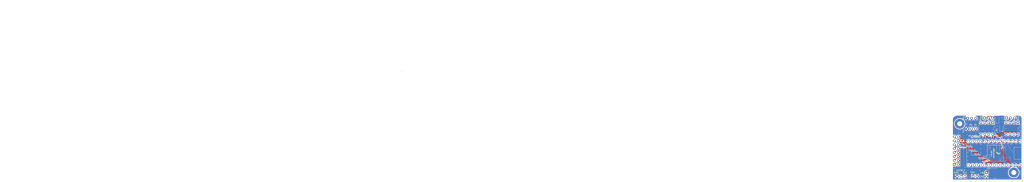
<source format=kicad_pcb>
(kicad_pcb (version 20211014) (generator pcbnew)
  (layers (0 "F.Cu" signal) (31 "B.Cu" signal) (34 "B.Paste" user) (35 "F.Paste" user) (36 "B.SilkS" user "B.Silkscreen") (37 "F.SilkS" user "F.Silkscreen") (38 "B.Mask" user) (39 "F.Mask" user) (44 "Edge.Cuts" user))
  (net 0 "")
  (net 1 "+5V")
  (net 2 "GND")
  (net 3 "Net-(D1-Pad1)")
  (net 4 "Net-(D1-Pad2)")
  (net 5 "Net-(D2-Pad1)")
  (net 6 "Net-(D2-Pad2)")
  (net 7 "+3V3")
  (net 17 "Net-(J1-Pad2)")
  (net 18 "Net-(J2-Pad2)")
  (net 19 "Net-(J3-Pad2)")
  (net 20 "Net-(J3-Pad3)")
  (net 21 "Net-(J4-Pad2)")
  (net 22 "Net-(J4-Pad3)")
  (net 27 "Net-(J5-Pad1)")
  (net 28 "LED1")
  (net 29 "LED2")
  (net 30 "LED3")
  (net 31 "LED4")
  (net 32 "LED5")
  (net 33 "LED6")
  (net 34 "LED7")
  (net 35 "LED8")
  (net 36 "Net-(J6-Pad12)")
  (net 37 "Net-(J6-Pad14)")
  (net 38 "Net-(J6-Pad16)")
  (net 39 "Net-(J6-Pad2)")
  (net 40 "Net-(J6-Pad4)")
  (net 41 "Net-(J6-Pad6)")
  (net 42 "Net-(J6-Pad8)")
  (net 43 "Net-(J6-Pad10)")
  (net 44 "Serial1.TX")
  (net 45 "Serial2.TX")
  (net 46 "Serial2.RX")
  (net 47 "Serial1.RX")
  (net 48 "Net-(SW1-Pad1)")
  (net 50 "Serial3.TX")
  (footprint "Resistor_SMD:R_0603_1608Metric" (layer "F.Cu") (at 214.075 62.932744 180)
    (fp_text reference "R4")
    (fp_text value "47")
  )
  (footprint "Connector_PinSocket_2.54mm:PinSocket_1x03_P2.54mm_Vertical" (layer "F.Cu") (at 208.875 66.932744 90)
    (fp_text reference "J4" hide)
    (fp_text value "MIDI OUT B")
  )
  (footprint "Resistor_SMD:R_0603_1608Metric" (layer "F.Cu") (at 206.3 87.4 180)
    (fp_text reference "R10" hide)
    (fp_text value "330")
  )
  (footprint "Resistor_SMD:R_0603_1608Metric" (layer "F.Cu") (at 206.3 89.8 180)
    (fp_text reference "R9" hide)
    (fp_text value "330")
  )
  (footprint "Diode_SMD:D_SOD-123" (layer "F.Cu") (at 228.075 61.082744 90)
    (fp_text reference "D1" hide)
    (fp_text value "1N4148")
  )
  (footprint "Resistor_SMD:R_0603_1608Metric" (layer "F.Cu") (at 234.97 72.565488 180)
    (fp_text reference "R8" hide)
    (fp_text value "470")
  )
  (footprint "Connector_PinSocket_2.54mm:PinSocket_1x03_P2.54mm_Vertical" (layer "F.Cu") (at 208.875 60.082744 90)
    (fp_text reference "J3" hide)
    (fp_text value "MIDI OUT A")
  )
  (footprint "Resistor_SMD:R_0603_1608Metric" (layer "F.Cu") (at 227.675 65.082744 90)
    (fp_text reference "R1")
    (fp_text value "220")
  )
  (footprint "Connector_PinSocket_2.54mm:PinSocket_1x02_P2.54mm_Vertical" (layer "F.Cu") (at 212.4 97.4 90)
    (fp_text reference "SW1")
    (fp_text value "SW_Push")
  )
  (footprint "Resistor_SMD:R_0603_1608Metric" (layer "F.Cu") (at 210.875 69.932744 180)
    (fp_text reference "R5")
    (fp_text value "47")
  )
  (footprint "Resistor_SMD:R_0603_1608Metric" (layer "F.Cu") (at 214.075 69.932744 180)
    (fp_text reference "R6")
    (fp_text value "47")
  )
  (footprint "Connector_PinSocket_2.54mm:PinSocket_1x03_P2.54mm_Vertical" (layer "F.Cu") (at 219.735 59.882744 90)
    (fp_text reference "J1" hide)
    (fp_text value "MIDI IN B")
  )
  (footprint "Connector_PinSocket_2.54mm:PinSocket_2x08_P2.54mm_Vertical" (layer "F.Cu") (at 200.335 89.78 180)
    (fp_text reference "J6" hide)
    (fp_text value "Conn_02x08_Counter_Clockwise")
  )
  (footprint "clarinoid2:Teensy 4.0 Side pins only" (layer "F.Cu") (at 226.06 82.58 180)
    (fp_text reference "U4" hide)
    (fp_text value "Teensy4.0")
  )
  (footprint "Connector_PinSocket_2.54mm:PinSocket_1x03_P2.54mm_Vertical" (layer "F.Cu") (at 233.95 59.857744 90)
    (fp_text reference "J2" hide)
    (fp_text value "MIDI IN A")
  )
  (footprint "Resistor_SMD:R_0603_1608Metric" (layer "F.Cu") (at 231.075 62.282744 -90)
    (fp_text reference "R2" hide)
    (fp_text value "220")
  )
  (footprint "Resistor_SMD:R_0603_1608Metric" (layer "F.Cu") (at 206.3 72 180)
    (fp_text reference "R16" hide)
    (fp_text value "330")
  )
  (footprint "Capacitor_SMD:C_0603_1608Metric" (layer "F.Cu") (at 224.05 72.465488 180)
    (fp_text reference "C1" hide)
    (fp_text value "0.1uF")
  )
  (footprint "Package_DIP:DIP-8_W7.62mm" (layer "F.Cu") (at 241.275 62.882744 -90)
    (fp_text reference "U2" hide)
    (fp_text value "6N138")
  )
  (footprint "Resistor_SMD:R_0603_1608Metric" (layer "F.Cu") (at 206.3 77.2 180)
    (fp_text reference "R13" hide)
    (fp_text value "330")
  )
  (footprint "Resistor_SMD:R_0603_1608Metric" (layer "F.Cu") (at 210.875 62.932744 180)
    (fp_text reference "R3")
    (fp_text value "47")
  )
  (footprint "Resistor_SMD:R_0603_1608Metric" (layer "F.Cu") (at 206.3 74.6 180)
    (fp_text reference "R14" hide)
    (fp_text value "330")
  )
  (footprint "Diode_SMD:D_SOD-123" (layer "F.Cu") (at 230.675 66.282744 90)
    (fp_text reference "D2" hide)
    (fp_text value "1N4148")
  )
  (footprint "Package_TO_SOT_SMD:TO-252-2" (layer "F.Cu") (at 228.975 95.6)
    (fp_text reference "U3")
    (fp_text value "L7805")
  )
  (footprint "Resistor_SMD:R_0603_1608Metric" (layer "F.Cu") (at 206.3 79.8 180)
    (fp_text reference "R12" hide)
    (fp_text value "330")
  )
  (footprint "Capacitor_SMD:C_0603_1608Metric" (layer "F.Cu") (at 241 72.565488)
    (fp_text reference "C2" hide)
    (fp_text value "0.1uF")
  )
  (footprint "Resistor_SMD:R_0603_1608Metric" (layer "F.Cu") (at 206.3 82.2 180)
    (fp_text reference "R15" hide)
    (fp_text value "330")
  )
  (footprint "Resistor_SMD:R_0603_1608Metric" (layer "F.Cu") (at 206.3 84.8 180)
    (fp_text reference "R11" hide)
    (fp_text value "330")
  )
  (footprint "MountingHole:MountingHole_3.2mm_M3_Pad" (layer "F.Cu") (at 238.6 95)
    (fp_text reference "H1" hide)
    (fp_text value "MountingHole")
  )
  (footprint "Connector_PinSocket_2.54mm:PinSocket_1x03_P2.54mm_Vertical" (layer "F.Cu") (at 202.075 97.575 90)
    (fp_text reference "U5" hide)
    (fp_text value "WS2812")
  )
  (footprint "MountingHole:MountingHole_3.2mm_M3_Pad" (layer "F.Cu") (at 203.8 63.6)
    (fp_text reference "H2" hide)
    (fp_text value "MountingHole")
  )
  (footprint "Resistor_SMD:R_0603_1608Metric" (layer "F.Cu") (at 218.65 72.465488 180)
    (fp_text reference "R7" hide)
    (fp_text value "470")
  )
  (footprint "Connector_PinSocket_2.54mm:PinSocket_1x02_P2.54mm_Vertical" (layer "F.Cu") (at 221 95)
    (fp_text reference "J5" hide)
    (fp_text value "Barrel_Jack")
  )
  (footprint "Package_DIP:DIP-8_W7.62mm" (layer "F.Cu") (at 225.075 62.882744 -90)
    (fp_text reference "U1" hide)
    (fp_text value "6N138")
  )
  (gr_circle (center -155.5 29.5) (end -155 29.5) (layer "F.SilkS") (width 0.15) (fill none))
  (gr_line (start 244 60) (end 244 99) (layer "Edge.Cuts") (width 0.1))
  (gr_arc (start 199 61) (mid 199.87868 58.87868) (end 202 58) (layer "Edge.Cuts") (width 0.1))
  (gr_line (start 199 99.5) (end 199 61) (layer "Edge.Cuts") (width 0.1))
  (gr_arc (start 199.5 100) (mid 199.146447 99.853553) (end 199 99.5) (layer "Edge.Cuts") (width 0.1))
  (gr_line (start 202 58) (end 242 58) (layer "Edge.Cuts") (width 0.1))
  (gr_line (start 243 100) (end 199.5 100) (layer "Edge.Cuts") (width 0.1))
  (gr_arc (start 244 99) (mid 243.707107 99.707107) (end 243 100) (layer "Edge.Cuts") (width 0.1))
  (gr_arc (start 242 58) (mid 243.414214 58.585786) (end 244 60) (layer "Edge.Cuts") (width 0.1))
  (gr_text "/KICK\nrev 3" (at 229.4 82.5) (layer "B.SilkS") (effects (font (size 4 4)) (justify mirror)))
  (gr_text "GND" (at 201.6 95) (layer "F.SilkS") (effects (font (size 1 1))))
  (gr_text "TXa" (at 206.3 59.5 270) (layer "F.SilkS") (effects (font (size 1 1))))
  (gr_text "+9v" (at 218.2 95.2) (layer "F.SilkS") (effects (font (size 1 1))))
  (gr_text "WS2812" (at 204.4 93.6) (layer "F.SilkS") (effects (font (size 1 1))))
  (gr_text "3v3" (at 207 95) (layer "F.SilkS") (effects (font (size 1 1))))
  (gr_text "RXb" (at 217.2 60.1 270) (layer "F.SilkS") (effects (font (size 1 1))))
  (gr_text "TXb" (at 206.1 68.1 270) (layer "F.SilkS") (effects (font (size 1 1))))
  (gr_text "RXa" (at 241.5 60 270) (layer "F.SilkS") (effects (font (size 1 1))))
  (gr_text "GND" (at 218 97.6) (layer "F.SilkS") (effects (font (size 1 1))))
  (segment (start 240.225 72.565488) (end 240.225 72.381171) (width 0.25) (layer "F.Cu") (net 1))
  (segment (start 241.636276 98.363724) (end 241.984214 98.015786) (width 0.5) (layer "F.Cu") (net 1))
  (segment (start 226.672938 98.949511) (end 240.222062 98.949511) (width 0.5) (layer "F.Cu") (net 1))
  (segment (start 224.775 97.88) (end 225.258725 98.363725) (width 0.5) (layer "F.Cu") (net 1))
  (segment (start 240.810787 70.966957) (end 241.275 70.502744) (width 0.25) (layer "F.Cu") (net 1))
  (segment (start 242.57 96.601573) (end 242.57 90.2) (width 0.5) (layer "F.Cu") (net 1))
  (segment (start 241.154511 74.323426) (end 241.154511 86.782754) (width 0.25) (layer "F.Cu") (net 1))
  (segment (start 240.225 72.565488) (end 240.568725 72.909213) (width 0.25) (layer "F.Cu") (net 1))
  (segment (start 225.075 70.502744) (end 225.075 72.215488) (width 0.25) (layer "F.Cu") (net 1))
  (arc (start 240.810787 70.966957) (mid 240.377241 71.615804) (end 240.225 72.381171) (width 0.25) (layer "F.Cu") (net 1))
  (arc (start 241.984214 98.015786) (mid 242.417759 97.36694) (end 242.57 96.601573) (width 0.5) (layer "F.Cu") (net 1))
  (arc (start 241.154511 86.782754) (mid 241.522376 88.632135) (end 242.57 90.2) (width 0.25) (layer "F.Cu") (net 1))
  (arc (start 241.154511 74.323426) (mid 241.00227 73.558059) (end 240.568725 72.909213) (width 0.25) (layer "F.Cu") (net 1))
  (arc (start 225.258725 98.363725) (mid 225.907571 98.79727) (end 226.672938 98.949511) (width 0.5) (layer "F.Cu") (net 1))
  (arc (start 240.222062 98.949511) (mid 240.987429 98.79727) (end 241.636276 98.363724) (width 0.5) (layer "F.Cu") (net 1))
  (segment (start 232.028427 69.1) (end 239.043829 69.1) (width 0.25) (layer "B.Cu") (net 1))
  (segment (start 225.075 70.502744) (end 228.968829 70.502744) (width 0.25) (layer "B.Cu") (net 1))
  (segment (start 230.383043 69.916957) (end 230.614214 69.685786) (width 0.25) (layer "B.Cu") (net 1))
  (segment (start 240.458043 69.685787) (end 241.275 70.502744) (width 0.25) (layer "B.Cu") (net 1))
  (arc (start 239.043829 69.1) (mid 239.809196 69.252241) (end 240.458043 69.685787) (width 0.25) (layer "B.Cu") (net 1))
  (arc (start 228.968829 70.502744) (mid 229.734196 70.350503) (end 230.383043 69.916957) (width 0.25) (layer "B.Cu") (net 1))
  (arc (start 232.028427 69.1) (mid 231.26306 69.252241) (end 230.614214 69.685786) (width 0.25) (layer "B.Cu") (net 1))
  (via (at 233.5 66.6) (size 0.8) (drill 0.4) (layers "F.Cu" "B.Cu") (net 2))
  (via (at 209 84.7) (size 0.8) (drill 0.4) (layers "F.Cu" "B.Cu") (net 2))
  (via (at 211 76.7) (size 0.8) (drill 0.4) (layers "F.Cu" "B.Cu") (net 2))
  (via (at 207.2 91.6) (size 0.8) (drill 0.4) (layers "F.Cu" "B.Cu") (net 2))
  (via (at 242.9 72.6) (size 0.8) (drill 0.4) (layers "F.Cu" "B.Cu") (net 2))
  (via (at 203.2 69.2) (size 0.8) (drill 0.4) (layers "F.Cu" "B.Cu") (net 2))
  (via (at 226 88.7) (size 0.8) (drill 0.4) (layers "F.Cu" "B.Cu") (net 2))
  (via (at 230.8 59.8) (size 0.8) (drill 0.4) (layers "F.Cu" "B.Cu") (net 2))
  (via (at 221.6 73) (size 0.8) (drill 0.4) (layers "F.Cu" "B.Cu") (net 2))
  (via (at 211.7 93.1) (size 0.8) (drill 0.4) (layers "F.Cu" "B.Cu") (net 2))
  (via (at 227 72.9) (size 0.8) (drill 0.4) (layers "F.Cu" "B.Cu") (net 2))
  (via (at 209.6 79.1) (size 0.8) (drill 0.4) (layers "F.Cu" "B.Cu") (net 2))
  (via (at 208.9 87.2) (size 0.8) (drill 0.4) (layers "F.Cu" "B.Cu") (net 2))
  (via (at 241.2 66.3) (size 0.8) (drill 0.4) (layers "F.Cu" "B.Cu") (net 2))
  (via (at 239.1 88.5) (size 0.8) (drill 0.4) (layers "F.Cu" "B.Cu") (net 2))
  (via (at 217.6 77) (size 0.8) (drill 0.4) (layers "F.Cu" "B.Cu") (net 2))
  (via (at 209.8 97.4) (size 0.8) (drill 0.4) (layers "F.Cu" "B.Cu") (net 2))
  (via (at 217.4 82) (size 0.8) (drill 0.4) (layers "F.Cu" "B.Cu") (net 2))
  (via (at 228.1 69.2) (size 0.8) (drill 0.4) (layers "F.Cu" "B.Cu") (net 2))
  (via (at 216.2 61.3) (size 0.8) (drill 0.4) (layers "F.Cu" "B.Cu") (net 2))
  (via (at 236.6 76.8) (size 0.8) (drill 0.4) (layers "F.Cu" "B.Cu") (net 2))
  (via (at 208.5 63.8) (size 0.8) (drill 0.4) (layers "F.Cu" "B.Cu") (net 2))
  (via (at 216.688158 93.694734) (size 0.8) (drill 0.4) (layers "F.Cu" "B.Cu") (net 2))
  (via (at 218.9 67.3) (size 0.8) (drill 0.4) (layers "F.Cu" "B.Cu") (net 2))
  (via (at 224.2 84.6) (size 0.8) (drill 0.4) (layers "F.Cu" "B.Cu") (net 2))
  (via (at 220.8 84) (size 0.8) (drill 0.4) (layers "F.Cu" "B.Cu") (net 2))
  (via (at 200.5 92.5) (size 0.8) (drill 0.4) (layers "F.Cu" "B.Cu") (net 2))
  (via (at 209 82.2) (size 0.8) (drill 0.4) (layers "F.Cu" "B.Cu") (net 2))
  (via (at 217.3 79.7) (size 0.8) (drill 0.4) (layers "F.Cu" "B.Cu") (net 2))
  (via (at 208.5 70.7) (size 0.8) (drill 0.4) (layers "F.Cu" "B.Cu") (net 2))
  (segment (start 221.6 73) (end 220.908127 73) (width 0.25) (layer "B.Cu") (net 2))
  (segment (start 218.294511 75.613616) (end 218.294511 76.305489) (width 0.25) (layer "B.Cu") (net 2))
  (segment (start 218.294511 76.305489) (end 217.6 77) (width 0.25) (layer "B.Cu") (net 2))
  (segment (start 219.493913 73.585787) (end 218.880297 74.199403) (width 0.25) (layer "B.Cu") (net 2))
  (arc (start 220.908127 73) (mid 220.14276 73.152241) (end 219.493913 73.585787) (width 0.25) (layer "B.Cu") (net 2))
  (arc (start 218.880297 74.199403) (mid 218.446752 74.848249) (end 218.294511 75.613616) (width 0.25) (layer "B.Cu") (net 2))
  (segment (start 228.47452 66.325007) (end 228.47452 65.057264) (width 0.25) (layer "F.Cu") (net 3))
  (segment (start 222.535 63.22747) (end 225.939794 66.632264) (width 0.25) (layer "F.Cu") (net 3))
  (segment (start 228.167263 66.632264) (end 228.47452 66.325007) (width 0.25) (layer "F.Cu") (net 3))
  (segment (start 225.939794 66.632264) (end 228.167263 66.632264) (width 0.25) (layer "F.Cu") (net 3))
  (segment (start 222.535 62.882744) (end 222.535 63.22747) (width 0.25) (layer "F.Cu") (net 3))
  (segment (start 228.075 62.732744) (end 228.075 63.857744) (width 0.25) (layer "F.Cu") (net 3))
  (segment (start 228.47452 65.057264) (end 227.675 64.257744) (width 0.25) (layer "F.Cu") (net 3))
  (segment (start 228.075 63.857744) (end 227.675 64.257744) (width 0.25) (layer "F.Cu") (net 3))
  (segment (start 221.100489 59.396245) (end 221.788501 58.708233) (width 0.25) (layer "F.Cu") (net 4))
  (segment (start 221.788501 58.708233) (end 223.640489 58.708233) (width 0.25) (layer "F.Cu") (net 4))
  (segment (start 223.640489 58.708233) (end 224.815 59.882744) (width 0.25) (layer "F.Cu") (net 4))
  (segment (start 219.995 62.882744) (end 221.100489 61.777255) (width 0.25) (layer "F.Cu") (net 4))
  (segment (start 221.100489 61.777255) (end 221.100489 59.396245) (width 0.25) (layer "F.Cu") (net 4))
  (segment (start 228.075 59.432744) (end 225.265 59.432744) (width 0.25) (layer "F.Cu") (net 4))
  (segment (start 229.750489 63.858233) (end 229.750489 67.008233) (width 0.25) (layer "F.Cu") (net 5))
  (segment (start 229.750489 67.008233) (end 230.675 67.932744) (width 0.25) (layer "F.Cu") (net 5))
  (segment (start 232.802938 64.007255) (end 236.782062 64.007255) (width 0.25) (layer "F.Cu") (net 5))
  (segment (start 231.075 63.107744) (end 230.500978 63.107744) (width 0.25) (layer "F.Cu") (net 5))
  (segment (start 231.075 63.107744) (end 231.388725 63.421469) (width 0.25) (layer "F.Cu") (net 5))
  (segment (start 230.500978 63.107744) (end 229.750489 63.858233) (width 0.25) (layer "F.Cu") (net 5))
  (segment (start 238.196276 63.421468) (end 238.735 62.882744) (width 0.25) (layer "F.Cu") (net 5))
  (arc (start 232.802938 64.007255) (mid 232.037571 63.855014) (end 231.388725 63.421469) (width 0.25) (layer "F.Cu") (net 5))
  (arc (start 238.196276 63.421468) (mid 237.547429 63.855014) (end 236.782062 64.007255) (width 0.25) (layer "F.Cu") (net 5))
  (segment (start 239.88 63.328044) (end 238.5753 64.632744) (width 0.25) (layer "F.Cu") (net 6))
  (segment (start 239.88 60.707744) (end 239.88 63.328044) (width 0.25) (layer "F.Cu") (net 6))
  (segment (start 239.03 59.857744) (end 239.88 60.707744) (width 0.25) (layer "F.Cu") (net 6))
  (segment (start 239.03 59.857744) (end 236.195 62.692744) (width 0.25) (layer "F.Cu") (net 6))
  (segment (start 238.5753 64.632744) (end 230.675 64.632744) (width 0.25) (layer "F.Cu") (net 6))
  (segment (start 212.499998 72.5) (end 211.999998 72) (width 0.25) (layer "F.Cu") (net 7))
  (segment (start 234.861573 92) (end 222.229405 92) (width 0.5) (layer "F.Cu") (net 7))
  (segment (start 217.790488 72.5) (end 212.499998 72.5) (width 0.25) (layer "F.Cu") (net 7))
  (segment (start 218.002741 97.758676) (end 217.193122 98.568295) (width 0.5) (layer "F.Cu") (net 7))
  (segment (start 230.665488 72.565488) (end 230.6 72.5) (width 0.25) (layer "F.Cu") (net 7))
  (segment (start 218.002741 97.531772) (end 218.002741 97.758676) (width 0.5) (layer "F.Cu") (net 7))
  (segment (start 210.05 62.932744) (end 210.05 69.932744) (width 0.25) (layer "F.Cu") (net 7))
  (segment (start 218.015937 97.518576) (end 218.002741 97.531772) (width 0.5) (layer "F.Cu") (net 7))
  (segment (start 207.693724 98.113724) (end 207.155 97.575) (width 0.5) (layer "F.Cu") (net 7))
  (segment (start 234.145 72.565488) (end 230.665488 72.565488) (width 0.25) (layer "F.Cu") (net 7))
  (segment (start 237.49 90.2) (end 236.275786 91.414214) (width 0.5) (layer "F.Cu") (net 7))
  (segment (start 216.472062 98.699511) (end 209.107938 98.699511) (width 0.5) (layer "F.Cu") (net 7))
  (segment (start 210.05 70.05) (end 211.999998 72) (width 0.25) (layer "F.Cu") (net 7))
  (segment (start 220.815191 92.585787) (end 219.684134 93.716844) (width 0.5) (layer "F.Cu") (net 7))
  (segment (start 218.015937 97.295122) (end 218.015937 97.518576) (width 0.5) (layer "F.Cu") (net 7))
  (via (at 211.999998 72) (size 0.8) (drill 0.4) (layers "F.Cu" "B.Cu") (net 7))
  (via (at 230.6 72.5) (size 0.8) (drill 0.4) (layers "F.Cu" "B.Cu") (net 7))
  (arc (start 217.193122 98.568295) (mid 216.838205 98.665458) (end 216.472062 98.699511) (width 0.5) (layer "F.Cu") (net 7))
  (arc (start 222.229405 92) (mid 221.464038 92.152241) (end 220.815191 92.585787) (width 0.5) (layer "F.Cu") (net 7))
  (arc (start 236.275786 91.414214) (mid 235.62694 91.847759) (end 234.861573 92) (width 0.5) (layer "F.Cu") (net 7))
  (arc (start 209.107938 98.699511) (mid 208.342571 98.54727) (end 207.693724 98.113724) (width 0.5) (layer "F.Cu") (net 7))
  (arc (start 219.684134 93.716844) (mid 218.535761 95.359227) (end 218.015937 97.295122) (width 0.5) (layer "F.Cu") (net 7))
  (segment (start 231 78.139778) (end 231 72.9) (width 0.25) (layer "B.Cu") (net 7))
  (segment (start 237.49 90.2) (end 234.93874 87.64874) (width 0.25) (layer "B.Cu") (net 7))
  (segment (start 211.999998 72) (end 230.1 72) (width 0.25) (layer "B.Cu") (net 7))
  (segment (start 231 72.9) (end 230.6 72.5) (width 0.25) (layer "B.Cu") (net 7))
  (segment (start 230.1 72) (end 230.6 72.5) (width 0.25) (layer "B.Cu") (net 7))
  (arc (start 234.93874 87.64874) (mid 232.023645 83.285991) (end 231 78.139778) (width 0.25) (layer "B.Cu") (net 7))
  (segment (start 226.836171 65.907744) (end 227.675 65.907744) (width 0.25) (layer "F.Cu") (net 17))
  (segment (start 223.950489 61.558233) (end 223.950489 63.850489) (width 0.25) (layer "F.Cu") (net 17))
  (segment (start 222.275 59.882744) (end 223.950489 61.558233) (width 0.25) (layer "F.Cu") (net 17))
  (segment (start 223.950489 63.850489) (end 225.421958 65.321958) (width 0.25) (layer "F.Cu") (net 17))
  (arc (start 226.836171 65.907744) (mid 226.070804 65.755503) (end 225.421958 65.321958) (width 0.25) (layer "F.Cu") (net 17))
  (segment (start 234.061573 61.457744) (end 231.075 61.457744) (width 0.25) (layer "F.Cu") (net 18))
  (segment (start 236.49 59.857744) (end 235.475786 60.871958) (width 0.25) (layer "F.Cu") (net 18))
  (arc (start 234.061573 61.457744) (mid 234.82694 61.305503) (end 235.475786 60.871958) (width 0.25) (layer "F.Cu") (net 18))
  (segment (start 211.415 62.647744) (end 211.7 62.932744) (width 0.25) (layer "F.Cu") (net 19))
  (segment (start 211.415 60.082744) (end 211.415 62.647744) (width 0.25) (layer "F.Cu") (net 19))
  (segment (start 213.955 60.082744) (end 213.955 61.399317) (width 0.25) (layer "F.Cu") (net 20))
  (segment (start 213.369213 62.813531) (end 213.25 62.932744) (width 0.25) (layer "F.Cu") (net 20))
  (arc (start 213.955 61.399317) (mid 213.802759 62.164684) (end 213.369213 62.813531) (width 0.25) (layer "F.Cu") (net 20))
  (segment (start 211.415 69.647744) (end 211.7 69.932744) (width 0.25) (layer "F.Cu") (net 21))
  (segment (start 211.415 66.932744) (end 211.415 69.647744) (width 0.25) (layer "F.Cu") (net 21))
  (segment (start 213.955 66.932744) (end 213.955 68.399317) (width 0.25) (layer "F.Cu") (net 22))
  (segment (start 213.369213 69.813531) (end 213.25 69.932744) (width 0.25) (layer "F.Cu") (net 22))
  (arc (start 213.955 68.399317) (mid 213.802759 69.164684) (end 213.369213 69.813531) (width 0.25) (layer "F.Cu") (net 22))
  (segment (start 224.775 93.32) (end 223.508427 93.32) (width 0.5) (layer "F.Cu") (net 27))
  (segment (start 222.094213 93.905787) (end 221 95) (width 0.5) (layer "F.Cu") (net 27))
  (arc (start 223.508427 93.32) (mid 222.74306 93.472241) (end 222.094213 93.905787) (width 0.5) (layer "F.Cu") (net 27))
  (segment (start 224.5364 85.3736) (end 234.95 74.96) (width 0.25) (layer "F.Cu") (net 28))
  (segment (start 200.335 89.78) (end 201.114703 89.000297) (width 0.25) (layer "F.Cu") (net 28))
  (segment (start 202.528916 88.414511) (end 217.194991 88.414511) (width 0.25) (layer "F.Cu") (net 28))
  (arc (start 217.194991 88.414511) (mid 221.168133 87.624204) (end 224.5364 85.3736) (width 0.25) (layer "F.Cu") (net 28))
  (arc (start 201.114703 89.000297) (mid 201.763549 88.566752) (end 202.528916 88.414511) (width 0.25) (layer "F.Cu") (net 28))
  (segment (start 224.221762 83.148238) (end 232.41 74.96) (width 0.25) (layer "F.Cu") (net 29))
  (segment (start 202.528916 85.874511) (end 217.639957 85.874511) (width 0.25) (layer "F.Cu") (net 29))
  (segment (start 200.335 87.24) (end 201.114703 86.460297) (width 0.25) (layer "F.Cu") (net 29))
  (arc (start 201.114703 86.460297) (mid 201.763549 86.026752) (end 202.528916 85.874511) (width 0.25) (layer "F.Cu") (net 29))
  (arc (start 224.221762 83.148238) (mid 221.202004 85.165976) (end 217.639957 85.874511) (width 0.25) (layer "F.Cu") (net 29))
  (segment (start 200.335 84.7) (end 201.114703 83.920297) (width 0.25) (layer "F.Cu") (net 30))
  (segment (start 224.099919 80.730081) (end 229.87 74.96) (width 0.25) (layer "F.Cu") (net 30))
  (segment (start 202.528916 83.334511) (end 217.812268 83.334511) (width 0.25) (layer "F.Cu") (net 30))
  (arc (start 217.812268 83.334511) (mid 221.21512 82.657642) (end 224.099919 80.730081) (width 0.25) (layer "F.Cu") (net 30))
  (arc (start 201.114703 83.920297) (mid 201.763549 83.486752) (end 202.528916 83.334511) (width 0.25) (layer "F.Cu") (net 30))
  (segment (start 224.425624 77.864376) (end 227.33 74.96) (width 0.25) (layer "F.Cu") (net 31))
  (segment (start 200.335 82.16) (end 200.923725 81.571275) (width 0.25) (layer "F.Cu") (net 31))
  (segment (start 202.337938 80.985489) (end 216.890589 80.985489) (width 0.25) (layer "F.Cu") (net 31))
  (arc (start 224.425624 77.864376) (mid 220.968521 80.174339) (end 216.890589 80.985489) (width 0.25) (layer "F.Cu") (net 31))
  (arc (start 202.337938 80.985489) (mid 201.572571 81.13773) (end 200.923725 81.571275) (width 0.25) (layer "F.Cu") (net 31))
  (segment (start 200.335 79.62) (end 201.114703 78.840297) (width 0.25) (layer "F.Cu") (net 32))
  (segment (start 223.960463 75.789537) (end 224.79 74.96) (width 0.25) (layer "F.Cu") (net 32))
  (segment (start 202.528916 78.254511) (end 218.009489 78.254511) (width 0.25) (layer "F.Cu") (net 32))
  (arc (start 201.114703 78.840297) (mid 201.763549 78.406752) (end 202.528916 78.254511) (width 0.25) (layer "F.Cu") (net 32))
  (arc (start 223.960463 75.789537) (mid 221.230133 77.613885) (end 218.009489 78.254511) (width 0.25) (layer "F.Cu") (net 32))
  (segment (start 222.157019 90.2) (end 222.25 90.2) (width 0.25) (layer "B.Cu") (net 33))
  (segment (start 214.268753 83.140161) (end 220.742806 89.614214) (width 0.25) (layer "B.Cu") (net 33))
  (segment (start 202.603596 78.445489) (end 202.934811 78.445489) (width 0.25) (layer "B.Cu") (net 33))
  (segment (start 200.335 77.08) (end 201.061757 77.806757) (width 0.25) (layer "B.Cu") (net 33))
  (arc (start 202.603596 78.445489) (mid 201.769154 78.279449) (end 201.061757 77.806757) (width 0.25) (layer "B.Cu") (net 33))
  (arc (start 202.934811 78.445489) (mid 209.068696 79.665595) (end 214.268753 83.140161) (width 0.25) (layer "B.Cu") (net 33))
  (arc (start 222.157019 90.2) (mid 221.391652 90.047759) (end 220.742806 89.614214) (width 0.25) (layer "B.Cu") (net 33))
  (segment (start 211.113926 79.34963) (end 219.051986 87.28769) (width 0.25) (layer "B.Cu") (net 34))
  (segment (start 223.875787 89.285787) (end 224.79 90.2) (width 0.25) (layer "B.Cu") (net 34))
  (segment (start 200.335 74.54) (end 200.923725 75.128725) (width 0.25) (layer "B.Cu") (net 34))
  (arc (start 211.113926 79.34963) (mid 207.087483 76.659247) (end 202.337938 75.714511) (width 0.25) (layer "B.Cu") (net 34))
  (arc (start 222.461573 88.7) (mid 223.22694 88.852241) (end 223.875787 89.285787) (width 0.25) (layer "B.Cu") (net 34))
  (arc (start 200.923725 75.128725) (mid 201.572571 75.56227) (end 202.337938 75.714511) (width 0.25) (layer "B.Cu") (net 34))
  (arc (start 219.051986 87.28769) (mid 220.616332 88.332953) (end 222.461573 88.7) (width 0.25) (layer "B.Cu") (net 34))
  (segment (start 207.521576 75.121576) (end 215.479921 83.079921) (width 0.25) (layer "B.Cu") (net 35))
  (segment (start 200.335 72) (end 201.114703 72.779703) (width 0.25) (layer "B.Cu") (net 35))
  (segment (start 202.528916 73.365489) (end 203.282023 73.365491) (width 0.25) (layer "B.Cu") (net 35))
  (segment (start 232.226603 90.016603) (end 232.41 90.2) (width 0.25) (layer "B.Cu") (net 35))
  (arc (start 227.358044 88) (mid 229.99291 88.524098) (end 232.226603 90.016603) (width 0.25) (layer "B.Cu") (net 35))
  (arc (start 203.282023 73.365491) (mid 205.576452 73.821885) (end 207.521576 75.121576) (width 0.25) (layer "B.Cu") (net 35))
  (arc (start 202.528916 73.365489) (mid 201.763549 73.213248) (end 201.114703 72.779703) (width 0.25) (layer "B.Cu") (net 35))
  (arc (start 227.358044 88) (mid 220.92965 86.721313) (end 215.479921 83.079921) (width 0.25) (layer "B.Cu") (net 35))
  (segment (start 202.875 77.08) (end 205.355 77.08) (width 0.25) (layer "F.Cu") (net 36))
  (segment (start 205.415 74.54) (end 202.875 74.54) (width 0.25) (layer "F.Cu") (net 37))
  (segment (start 202.875 72) (end 205.475 72) (width 0.25) (layer "F.Cu") (net 38))
  (segment (start 202.875 89.78) (end 205.455 89.78) (width 0.25) (layer "F.Cu") (net 39))
  (segment (start 202.875 87.24) (end 205.315 87.24) (width 0.25) (layer "F.Cu") (net 40))
  (segment (start 202.875 84.7) (end 205.375 84.7) (width 0.25) (layer "F.Cu") (net 41))
  (segment (start 202.875 82.16) (end 205.435 82.16) (width 0.25) (layer "F.Cu") (net 42))
  (segment (start 202.875 79.62) (end 205.295 79.62) (width 0.25) (layer "F.Cu") (net 43))
  (segment (start 219.341384 64.007255) (end 216.802938 64.007255) (width 0.25) (layer "F.Cu") (net 44))
  (segment (start 235.066581 73.365008) (end 230.355991 73.365008) (width 0.25) (layer "F.Cu") (net 44))
  (segment (start 228.941777 72.779221) (end 220.755597 64.593041) (width 0.25) (layer "F.Cu") (net 44))
  (segment (start 237.49 74.96) (end 236.480794 73.950794) (width 0.25) (layer "F.Cu") (net 44))
  (segment (start 215.388724 63.421468) (end 214.9 62.932744) (width 0.25) (layer "F.Cu") (net 44))
  (arc (start 235.066581 73.365008) (mid 235.831948 73.517249) (end 236.480794 73.950794) (width 0.25) (layer "F.Cu") (net 44))
  (arc (start 220.755597 64.593041) (mid 220.106751 64.159496) (end 219.341384 64.007255) (width 0.25) (layer "F.Cu") (net 44))
  (arc (start 215.388724 63.421468) (mid 216.037571 63.855014) (end 216.802938 64.007255) (width 0.25) (layer "F.Cu") (net 44))
  (arc (start 228.941777 72.779221) (mid 229.590624 73.212767) (end 230.355991 73.365008) (width 0.25) (layer "F.Cu") (net 44))
  (segment (start 218.242263 71.665968) (end 218.54952 71.973225) (width 0.25) (layer "F.Cu") (net 45))
  (segment (start 217.461651 71.665968) (end 218.242263 71.665968) (width 0.25) (layer "F.Cu") (net 45))
  (segment (start 214.9 69.932744) (end 216.047438 71.080182) (width 0.25) (layer "F.Cu") (net 45))
  (segment (start 219.135307 74.385307) (end 219.71 74.96) (width 0.25) (layer "F.Cu") (net 45))
  (segment (start 218.54952 71.973225) (end 218.54952 72.971093) (width 0.25) (layer "F.Cu") (net 45))
  (arc (start 216.047438 71.080182) (mid 216.696284 71.513727) (end 217.461651 71.665968) (width 0.25) (layer "F.Cu") (net 45))
  (arc (start 218.54952 72.971093) (mid 218.701761 73.73646) (end 219.135307 74.385307) (width 0.25) (layer "F.Cu") (net 45))
  (segment (start 219.995 70.502744) (end 219.995 71.945488) (width 0.25) (layer "F.Cu") (net 46))
  (segment (start 219.475 72.465488) (end 219.755488 72.465488) (width 0.25) (layer "F.Cu") (net 46))
  (segment (start 219.755488 72.465488) (end 222.25 74.96) (width 0.25) (layer "F.Cu") (net 46))
  (segment (start 219.995 71.945488) (end 219.475 72.465488) (width 0.25) (layer "F.Cu") (net 46))
  (segment (start 236.195 72.165488) (end 235.795 72.565488) (width 0.25) (layer "F.Cu") (net 47))
  (segment (start 240.03 74.96) (end 238.221274 73.151274) (width 0.25) (layer "F.Cu") (net 47))
  (segment (start 236.195 70.502744) (end 236.195 72.165488) (width 0.25) (layer "F.Cu") (net 47))
  (segment (start 236.807061 72.565488) (end 235.795 72.565488) (width 0.25) (layer "F.Cu") (net 47))
  (arc (start 236.807061 72.565488) (mid 237.572428 72.717729) (end 238.221274 73.151274) (width 0.25) (layer "F.Cu") (net 47))
  (segment (start 212.4 97.4) (end 212.4 97.271473) (width 0.25) (layer "F.Cu") (net 48))
  (segment (start 214.027386 93.342614) (end 217.17 90.2) (width 0.25) (layer "F.Cu") (net 48))
  (arc (start 214.027386 93.342614) (mid 212.822943 95.14519) (end 212.4 97.271473) (width 0.25) (layer "F.Cu") (net 48))
  (segment (start 204.615 97.575) (end 211.99 90.2) (width 0.25) (layer "F.Cu") (net 50))
  (zone (net 37) (net_name "Net-(J6-Pad14)") (layer "F.Cu") (priority 16962) (connect_pads yes (clearance 0)) (min_thickness 0.0254) (fill yes (thermal_gap 0.508) (thermal_bridge_width 0.508))
    (polygon (pts (xy 204.675 74.665) (xy 204.761896 74.668305) (xy 204.83473 74.67793) (xy 204.896319 74.693439) (xy 204.949479 74.714396) (xy 204.997028 74.740366) (xy 205.041781 74.770912) (xy 205.086555 74.8056) (xy 205.134167 74.843993) (xy 205.187433 74.885656) (xy 205.249171 74.930153) (xy 205.672787 74.629668) (xy 205.355976 74.218119) (xy 205.276212 74.245531) (xy 205.208142 74.273202) (xy 205.148353 74.30039) (xy 205.093432 74.326354) (xy 205.039965 74.350356) (xy 204.98454 74.371653) (xy 204.923744 74.389507) (xy 204.854164 74.403176) (xy 204.772387 74.41192) (xy 204.675 74.415)))
  )
  (zone (net 47) (net_name "Serial1.RX") (layer "F.Cu") (priority 16962) (connect_pads yes (clearance 0)) (min_thickness 0.0254) (fill yes (thermal_gap 0.508) (thermal_bridge_width 0.508))
    (polygon (pts (xy 236.07 71.931174) (xy 236.06386 71.99491) (xy 236.046363 72.043625) (xy 236.018895 72.079777) (xy 235.982839 72.105825) (xy 235.939582 72.124228) (xy 235.890507 72.137446) (xy 235.837 72.147937) (xy 235.780444 72.158161) (xy 235.722226 72.170576) (xy 235.66373 72.187642) (xy 235.653579 72.706909) (xy 236.195 72.565488) (xy 236.1985 72.489329) (xy 236.208 72.424476) (xy 236.221999 72.36775) (xy 236.239 72.315972) (xy 236.2575 72.265963) (xy 236.276 72.214542) (xy 236.293 72.158533) (xy 236.307 72.094754) (xy 236.3165 72.020027) (xy 236.32 71.931174)))
  )
  (zone (net 39) (net_name "Net-(J6-Pad2)") (layer "F.Cu") (priority 16962) (connect_pads yes (clearance 0)) (min_thickness 0.0254) (fill yes (thermal_gap 0.508) (thermal_bridge_width 0.508))
    (polygon (pts (xy 204.565 89.655) (xy 204.365601 89.644697) (xy 204.202127 89.615526) (xy 204.066726 89.570085) (xy 203.951548 89.510978) (xy 203.848741 89.440804) (xy 203.750455 89.362167) (xy 203.64884 89.277666) (xy 203.536043 89.189904) (xy 203.404216 89.101481) (xy 203.245506 89.015) (xy 202.45 89.78) (xy 203.245506 90.545) (xy 203.404216 90.458518) (xy 203.536043 90.370095) (xy 203.64884 90.282333) (xy 203.750455 90.197832) (xy 203.848741 90.119195) (xy 203.951548 90.049021) (xy 204.066726 89.989914) (xy 204.202127 89.944473) (xy 204.365601 89.915302) (xy 204.565 89.905)))
  )
  (zone (net 19) (net_name "Net-(J3-Pad2)") (layer "F.Cu") (priority 16962) (connect_pads yes (clearance 0)) (min_thickness 0.0254) (fill yes (thermal_gap 0.508) (thermal_bridge_width 0.508))
    (polygon (pts (xy 211.29 62.250795) (xy 211.29028 62.344887) (xy 211.29104 62.42469) (xy 211.292159 62.493405) (xy 211.29352 62.554231) (xy 211.295 62.61037) (xy 211.29648 62.66502) (xy 211.29784 62.721382) (xy 211.29896 62.782657) (xy 211.29972 62.852044) (xy 211.3 62.932744) (xy 211.841421 63.074165) (xy 211.83127 62.554898) (xy 211.781815 62.537719) (xy 211.735715 62.52081) (xy 211.693405 62.502965) (xy 211.655322 62.482983) (xy 211.621901 62.459658) (xy 211.593579 62.431789) (xy 211.570792 62.398172) (xy 211.553976 62.357602) (xy 211.543566 62.308878) (xy 211.54 62.250795)))
  )
  (zone (net 3) (net_name "Net-(D1-Pad1)") (layer "F.Cu") (priority 16962) (connect_pads yes (clearance 0)) (min_thickness 0.0254) (fill yes (thermal_gap 0.508) (thermal_bridge_width 0.508))
    (polygon (pts (xy 228.322002 64.727969) (xy 228.260346 64.661693) (xy 228.213415 64.601481) (xy 228.178583 64.545568) (xy 228.153222 64.492193) (xy 228.134706 64.43959) (xy 228.120407 64.385998) (xy 228.107699 64.329654) (xy 228.093953 64.268794) (xy 228.076545 64.201655) (xy 228.052846 64.126474) (xy 227.533579 64.116323) (xy 227.54373 64.63559) (xy 227.618911 64.659289) (xy 227.68605 64.676697) (xy 227.74691 64.690443) (xy 227.803254 64.703151) (xy 227.856846 64.71745) (xy 227.909449 64.735966) (xy 227.962824 64.761327) (xy 228.018737 64.796159) (xy 228.078949 64.84309) (xy 228.145225 64.904746)))
  )
  (zone (net 29) (net_name "LED2") (layer "F.Cu") (priority 16962) (connect_pads yes (clearance 0)) (min_thickness 0.0254) (fill yes (thermal_gap 0.508) (thermal_bridge_width 0.508))
    (polygon (pts (xy 231.374089 76.172687) (xy 231.513234 76.047004) (xy 231.640994 75.95739) (xy 231.760864 75.896982) (xy 231.876337 75.858922) (xy 231.990908 75.836349) (xy 232.108072 75.822404) (xy 232.231323 75.810225) (xy 232.364155 75.792954) (xy 232.510062 75.76373) (xy 232.67254 75.715693) (xy 232.692842 74.677158) (xy 231.654307 74.69746) (xy 231.606269 74.859937) (xy 231.577045 75.005844) (xy 231.559774 75.138676) (xy 231.547595 75.261927) (xy 231.53365 75.379091) (xy 231.511077 75.493662) (xy 231.473017 75.609135) (xy 231.412609 75.729005) (xy 231.322995 75.856765) (xy 231.197313 75.995911)))
  )
  (zone (net 3) (net_name "Net-(D1-Pad1)") (layer "F.Cu") (priority 16962) (connect_pads yes (clearance 0)) (min_thickness 0.0254) (fill yes (thermal_gap 0.508) (thermal_bridge_width 0.508))
    (polygon (pts (xy 223.556768 64.072462) (xy 223.445227 63.947519) (xy 223.367974 63.831626) (xy 223.319597 63.721717) (xy 223.294681 63.614726) (xy 223.287813 63.507588) (xy 223.293581 63.397238) (xy 223.306571 63.280609) (xy 223.32137 63.154637) (xy 223.332564 63.016256) (xy 223.334741 62.8624) (xy 222.351546 62.527295) (xy 222.055124 63.522836) (xy 222.207272 63.625819) (xy 222.346231 63.700489) (xy 222.475306 63.754935) (xy 222.597807 63.797245) (xy 222.717042 63.835508) (xy 222.836317 63.877814) (xy 222.958942 63.932251) (xy 223.088224 64.006908) (xy 223.227471 64.109874) (xy 223.379992 64.249238)))
  )
  (zone (net 21) (net_name "Net-(J4-Pad2)") (layer "F.Cu") (priority 16962) (connect_pads yes (clearance 0)) (min_thickness 0.0254) (fill yes (thermal_gap 0.508) (thermal_bridge_width 0.508))
    (polygon (pts (xy 211.54 68.622744) (xy 211.550302 68.423345) (xy 211.579473 68.259871) (xy 211.624914 68.12447) (xy 211.684021 68.009292) (xy 211.754195 67.906485) (xy 211.832832 67.808199) (xy 211.917333 67.706584) (xy 212.005095 67.593787) (xy 212.093518 67.46196) (xy 212.18 67.30325) (xy 211.415 66.507744) (xy 210.65 67.30325) (xy 210.736481 67.46196) (xy 210.824904 67.593787) (xy 210.912666 67.706584) (xy 210.997167 67.808199) (xy 211.075804 67.906485) (xy 211.145978 68.009292) (xy 211.205085 68.12447) (xy 211.250526 68.259871) (xy 211.279697 68.423345) (xy 211.29 68.622744)))
  )
  (zone (net 32) (net_name "LED5") (layer "F.Cu") (priority 16962) (connect_pads yes (clearance 0)) (min_thickness 0.0254) (fill yes (thermal_gap 0.508) (thermal_bridge_width 0.508))
    (polygon (pts (xy 201.779544 78.266031) (xy 201.545931 78.35191) (xy 201.34763 78.42069) (xy 201.176503 78.476217) (xy 201.024415 78.52234) (xy 200.883229 78.562907) (xy 200.744808 78.601766) (xy 200.601016 78.642764) (xy 200.443717 78.689749) (xy 200.264774 78.746571) (xy 200.056051 78.817076) (xy 200.03448 79.92052) (xy 201.137924 79.898949) (xy 201.193964 79.707425) (xy 201.230713 79.527539) (xy 201.256818 79.359229) (xy 201.280924 79.202431) (xy 201.311675 79.057086) (xy 201.357717 78.92313) (xy 201.427695 78.800502) (xy 201.530256 78.689141) (xy 201.674043 78.588983) (xy 201.867704 78.499969)))
  )
  (zone (net 7) (net_name "+3V3") (layer "F.Cu") (priority 16962) (connect_pads yes (clearance 0)) (min_thickness 0.0254) (fill yes (thermal_gap 0.508) (thermal_bridge_width 0.508))
    (polygon (pts (xy 208.565078 98.363196) (xy 208.408963 98.299374) (xy 208.291677 98.224243) (xy 208.206555 98.138322) (xy 208.146933 98.042128) (xy 208.106146 97.936177) (xy 208.077531 97.820988) (xy 208.054422 97.697077) (xy 208.030156 97.564962) (xy 207.998068 97.425161) (xy 207.951494 97.278191) (xy 206.847844 97.281266) (xy 206.894051 98.383953) (xy 207.073263 98.440723) (xy 207.227711 98.487736) (xy 207.364379 98.527708) (xy 207.490252 98.563355) (xy 207.612317 98.597393) (xy 207.737557 98.632539) (xy 207.87296 98.67151) (xy 208.025508 98.717022) (xy 208.202189 98.771791) (xy 208.409988 98.838534)))
  )
  (zone (net 1) (net_name "+5V") (layer "F.Cu") (priority 16962) (connect_pads yes (clearance 0)) (min_thickness 0.0254) (fill yes (thermal_gap 0.508) (thermal_bridge_width 0.508))
    (polygon (pts (xy 240.95449 73.193928) (xy 240.89531 73.095556) (xy 240.849067 73.010193) (xy 240.813304 72.934691) (xy 240.785566 72.865901) (xy 240.763395 72.800675) (xy 240.744335 72.735864) (xy 240.72593 72.66832) (xy 240.705722 72.594896) (xy 240.681257 72.512442) (xy 240.650077 72.41781) (xy 240.065901 72.406389) (xy 240.077322 72.990565) (xy 240.164321 73.017065) (xy 240.243996 73.035693) (xy 240.317387 73.049994) (xy 240.385537 73.063515) (xy 240.449488 73.0798) (xy 240.510282 73.102397) (xy 240.56896 73.13485) (xy 240.626566 73.180705) (xy 240.684141 73.243508) (xy 240.742728 73.326806)))
  )
  (zone (net 7) (net_name "+3V3") (layer "F.Cu") (priority 16962) (connect_pads yes (clearance 0)) (min_thickness 0.0254) (fill yes (thermal_gap 0.508) (thermal_bridge_width 0.508))
    (polygon (pts (xy 211.352997 71.529775) (xy 211.414652 71.59605) (xy 211.461583 71.656262) (xy 211.496415 71.712175) (xy 211.521775 71.76555) (xy 211.540291 71.818153) (xy 211.55459 71.871745) (xy 211.567299 71.928089) (xy 211.581044 71.988949) (xy 211.598452 72.056089) (xy 211.622152 72.13127) (xy 212.141419 72.141421) (xy 212.131268 71.622154) (xy 212.056086 71.598454) (xy 211.988947 71.581046) (xy 211.928087 71.5673) (xy 211.871743 71.554592) (xy 211.818151 71.540293) (xy 211.765548 71.521777) (xy 211.712172 71.496416) (xy 211.65626 71.461584) (xy 211.596048 71.414653) (xy 211.529773 71.352998)))
  )
  (zone (net 37) (net_name "Net-(J6-Pad14)") (layer "F.Cu") (priority 16962) (connect_pads yes (clearance 0)) (min_thickness 0.0254) (fill yes (thermal_gap 0.508) (thermal_bridge_width 0.508))
    (polygon (pts (xy 204.565 74.415) (xy 204.365601 74.404697) (xy 204.202127 74.375526) (xy 204.066726 74.330085) (xy 203.951548 74.270978) (xy 203.848741 74.200804) (xy 203.750455 74.122167) (xy 203.64884 74.037666) (xy 203.536043 73.949904) (xy 203.404216 73.861481) (xy 203.245506 73.775) (xy 202.45 74.54) (xy 203.245506 75.305) (xy 203.404216 75.218518) (xy 203.536043 75.130095) (xy 203.64884 75.042333) (xy 203.750455 74.957832) (xy 203.848741 74.879195) (xy 203.951548 74.809021) (xy 204.066726 74.749914) (xy 204.202127 74.704473) (xy 204.365601 74.675302) (xy 204.565 74.665)))
  )
  (zone (net 18) (net_name "Net-(J2-Pad2)") (layer "F.Cu") (priority 16962) (connect_pads yes (clearance 0)) (min_thickness 0.0254) (fill yes (thermal_gap 0.508) (thermal_bridge_width 0.508))
    (polygon (pts (xy 231.865 61.332744) (xy 231.774538 61.329477) (xy 231.698777 61.320085) (xy 231.63461 61.305179) (xy 231.578935 61.285369) (xy 231.528647 61.261267) (xy 231.48064 61.233482) (xy 231.431812 61.202627) (xy 231.379058 61.169311) (xy 231.319274 61.134147) (xy 231.249355 61.097744) (xy 230.875 61.457744) (xy 231.249355 61.817744) (xy 231.319274 61.78134) (xy 231.379058 61.746176) (xy 231.431812 61.71286) (xy 231.48064 61.682005) (xy 231.528647 61.65422) (xy 231.578935 61.630118) (xy 231.63461 61.610308) (xy 231.698777 61.595402) (xy 231.774538 61.58601) (xy 231.865 61.582744)))
  )
  (zone (net 31) (net_name "LED4") (layer "F.Cu") (priority 16962) (connect_pads yes (clearance 0)) (min_thickness 0.0254) (fill yes (thermal_gap 0.508) (thermal_bridge_width 0.508))
    (polygon (pts (xy 201.608474 80.989601) (xy 201.401482 81.060077) (xy 201.224294 81.11073) (xy 201.070077 81.146171) (xy 200.932002 81.171011) (xy 200.803239 81.189863) (xy 200.676957 81.207339) (xy 200.546325 81.228049) (xy 200.404513 81.256605) (xy 200.244691 81.29762) (xy 200.060029 81.355705) (xy 200.032996 82.459029) (xy 201.136533 82.442919) (xy 201.182998 82.279474) (xy 201.209723 82.124093) (xy 201.224885 81.977217) (xy 201.236663 81.83929) (xy 201.253237 81.710753) (xy 201.282785 81.592049) (xy 201.333485 81.48362) (xy 201.413516 81.38591) (xy 201.531057 81.299359) (xy 201.694288 81.224411)))
  )
  (zone (net 22) (net_name "Net-(J4-Pad3)") (layer "F.Cu") (priority 16962) (connect_pads yes (clearance 0)) (min_thickness 0.0254) (fill yes (thermal_gap 0.508) (thermal_bridge_width 0.508))
    (polygon (pts (xy 213.890949 69.275498) (xy 214.010229 69.006408) (xy 214.107027 68.777747) (xy 214.186742 68.580344) (xy 214.254774 68.405025) (xy 214.316523 68.24262) (xy 214.377388 68.083954) (xy 214.442768 67.919857) (xy 214.518064 67.741155) (xy 214.608674 67.538677) (xy 214.72 67.30325) (xy 213.955 66.507744) (xy 213.19 67.30325) (xy 213.304125 67.517994) (xy 213.41982 67.707445) (xy 213.530931 67.878768) (xy 213.6313 68.039129) (xy 213.714771 68.195696) (xy 213.775188 68.355633) (xy 213.806395 68.526108) (xy 213.802235 68.714285) (xy 213.756552 68.927333) (xy 213.663191 69.172416)))
  )
  (zone (net 50) (net_name "Serial3.TX") (layer "F.Cu") (priority 16962) (connect_pads yes (clearance 0)) (min_thickness 0.0254) (fill yes (thermal_gap 0.508) (thermal_bridge_width 0.508))
    (polygon (pts (xy 210.996516 91.37026) (xy 211.132814 91.247354) (xy 211.258175 91.160195) (xy 211.376079 91.102332) (xy 211.490008 91.067316) (xy 211.603443 91.048699) (xy 211.719865 91.04003) (xy 211.842754 91.034861) (xy 211.975593 91.026742) (xy 212.121863 91.009224) (xy 212.285045 90.975858) (xy 212.396627 89.943135) (xy 211.360332 89.872001) (xy 211.296129 90.034844) (xy 211.253497 90.181374) (xy 211.22519 90.31515) (xy 211.203967 90.439731) (xy 211.182583 90.558677) (xy 211.153795 90.675549) (xy 211.11036 90.793906) (xy 211.045035 90.917307) (xy 210.950576 91.049313) (xy 210.81974 91.193484)))
  )
  (zone (net 3) (net_name "Net-(D1-Pad1)") (layer "F.Cu") (priority 16962) (connect_pads yes (clearance 0)) (min_thickness 0.0254) (fill yes (thermal_gap 0.508) (thermal_bridge_width 0.508))
    (polygon (pts (xy 227.95 63.62343) (xy 227.94386 63.687166) (xy 227.926363 63.735881) (xy 227.898895 63.772033) (xy 227.862839 63.798081) (xy 227.819582 63.816484) (xy 227.770507 63.829702) (xy 227.717 63.840193) (xy 227.660444 63.850417) (xy 227.602226 63.862832) (xy 227.54373 63.879898) (xy 227.533579 64.399165) (xy 228.075 64.257744) (xy 228.0785 64.181585) (xy 228.088 64.116732) (xy 228.101999 64.060006) (xy 228.119 64.008228) (xy 228.1375 63.958219) (xy 228.156 63.906798) (xy 228.173 63.850789) (xy 228.187 63.78701) (xy 228.1965 63.712283) (xy 228.2 63.62343)))
  )
  (zone (net 46) (net_name "Serial2.RX") (layer "F.Cu") (priority 16962) (connect_pads yes (clearance 0)) (min_thickness 0.0254) (fill yes (thermal_gap 0.508) (thermal_bridge_width 0.508))
    (polygon (pts (xy 219.972192 72.145073) (xy 220.083759 72.019837) (xy 220.163266 71.90323) (xy 220.218342 71.793482) (xy 220.256616 71.688819) (xy 220.285718 71.58747) (xy 220.313278 71.487664) (xy 220.346925 71.387629) (xy 220.394289 71.285592) (xy 220.462999 71.179783) (xy 220.560685 71.068429) (xy 219.995 70.102744) (xy 219.275 70.851455) (xy 219.358854 70.98973) (xy 219.46184 71.113465) (xy 219.574132 71.225897) (xy 219.685905 71.330261) (xy 219.787334 71.429796) (xy 219.868592 71.527736) (xy 219.919855 71.62732) (xy 219.931296 71.731783) (xy 219.893091 71.844363) (xy 219.795415 71.968296)))
  )
  (zone (net 6) (net_name "Net-(D2-Pad2)") (layer "F.Cu") (priority 16962) (connect_pads yes (clearance 0)) (min_thickness 0.0254) (fill yes (thermal_gap 0.508) (thermal_bridge_width 0.508))
    (polygon (pts (xy 231.565 64.507744) (xy 231.462496 64.503697) (xy 231.377029 64.492111) (xy 231.304971 64.473816) (xy 231.242692 64.449645) (xy 231.186563 64.420428) (xy 231.132955 64.386996) (xy 231.078239 64.35018) (xy 231.018785 64.310812) (xy 230.950965 64.269723) (xy 230.87115 64.227744) (xy 230.45 64.632744) (xy 230.87115 65.037744) (xy 230.950965 64.995764) (xy 231.018785 64.954675) (xy 231.078239 64.915307) (xy 231.132955 64.878491) (xy 231.186563 64.845059) (xy 231.242692 64.815842) (xy 231.304971 64.791671) (xy 231.377029 64.773376) (xy 231.462496 64.76179) (xy 231.565 64.757744)))
  )
  (zone (net 41) (net_name "Net-(J6-Pad6)") (layer "F.Cu") (priority 16962) (connect_pads yes (clearance 0)) (min_thickness 0.0254) (fill yes (thermal_gap 0.508) (thermal_bridge_width 0.508))
    (polygon (pts (xy 204.685 84.825) (xy 204.767627 84.828373) (xy 204.836882 84.83824) (xy 204.895326 84.854222) (xy 204.945517 84.875938) (xy 204.990015 84.90301) (xy 205.031379 84.935057) (xy 205.07217 84.971701) (xy 205.114946 85.012561) (xy 205.162267 85.057258) (xy 205.216693 85.105413) (xy 205.668732 84.849675) (xy 205.395523 84.407976) (xy 205.31121 84.42771) (xy 205.239296 84.44914) (xy 205.176235 84.471379) (xy 205.118485 84.493537) (xy 205.062499 84.514724) (xy 205.004735 84.534053) (xy 204.941647 84.550634) (xy 204.869691 84.563578) (xy 204.785323 84.571996) (xy 204.685 84.575)))
  )
  (zone (net 6) (net_name "Net-(D2-Pad2)") (layer "F.Cu") (priority 16962) (connect_pads yes (clearance 0)) (min_thickness 0.0254) (fill yes (thermal_gap 0.508) (thermal_bridge_width 0.508))
    (polygon (pts (xy 237.138987 61.571981) (xy 236.991428 61.706276) (xy 236.85653 61.804083) (xy 236.730767 61.872972) (xy 236.610614 61.920514) (xy 236.492547 61.954278) (xy 236.37304 61.981836) (xy 236.248568 62.010758) (xy 236.115606 62.048614) (xy 235.97063 62.102976) (xy 235.810114 62.181415) (xy 235.963286 63.208794) (xy 236.983893 63.015585) (xy 237.003973 62.854306) (xy 237.010762 62.709722) (xy 237.010335 62.578454) (xy 237.008769 62.457125) (xy 237.012141 62.342359) (xy 237.026529 62.230777) (xy 237.058007 62.119003) (xy 237.112655 62.00366) (xy 237.196548 61.88137) (xy 237.315763 61.748757)))
  )
  (zone (net 36) (net_name "Net-(J6-Pad12)") (layer "F.Cu") (priority 16962) (connect_pads yes (clearance 0)) (min_thickness 0.0254) (fill yes (thermal_gap 0.508) (thermal_bridge_width 0.508))
    (polygon (pts (xy 204.565 76.955) (xy 204.365601 76.944697) (xy 204.202127 76.915526) (xy 204.066726 76.870085) (xy 203.951548 76.810978) (xy 203.848741 76.740804) (xy 203.750455 76.662167) (xy 203.64884 76.577666) (xy 203.536043 76.489904) (xy 203.404216 76.401481) (xy 203.245506 76.315) (xy 202.45 77.08) (xy 203.245506 77.845) (xy 203.404216 77.758518) (xy 203.536043 77.670095) (xy 203.64884 77.582333) (xy 203.750455 77.497832) (xy 203.848741 77.419195) (xy 203.951548 77.349021) (xy 204.066726 77.289914) (xy 204.202127 77.244473) (xy 204.365601 77.215302) (xy 204.565 77.205)))
  )
  (zone (net 17) (net_name "Net-(J1-Pad2)") (layer "F.Cu") (priority 16962) (connect_pads yes (clearance 0)) (min_thickness 0.0254) (fill yes (thermal_gap 0.508) (thermal_bridge_width 0.508))
    (polygon (pts (xy 223.558398 60.989365) (xy 223.424686 60.841084) (xy 223.329721 60.704863) (xy 223.266109 60.576989) (xy 223.226461 60.45375) (xy 223.203386 60.331435) (xy 223.189492 60.206332) (xy 223.17739 60.074728) (xy 223.159689 59.932911) (xy 223.128997 59.777171) (xy 223.077924 59.603795) (xy 221.97448 59.582224) (xy 221.996051 60.685668) (xy 222.169427 60.736741) (xy 222.325167 60.767433) (xy 222.466984 60.785134) (xy 222.598588 60.797236) (xy 222.723691 60.81113) (xy 222.846006 60.834205) (xy 222.969245 60.873853) (xy 223.097119 60.937465) (xy 223.23334 61.03243) (xy 223.381621 61.166142)))
  )
  (zone (net 39) (net_name "Net-(J6-Pad2)") (layer "F.Cu") (priority 16962) (connect_pads yes (clearance 0)) (min_thickness 0.0254) (fill yes (thermal_gap 0.508) (thermal_bridge_width 0.508))
    (polygon (pts (xy 204.675 89.905) (xy 204.765055 89.90825) (xy 204.840526 89.917649) (xy 204.904443 89.932669) (xy 204.959837 89.952782) (xy 205.009737 89.97746) (xy 205.057173 90.006175) (xy 205.105176 90.038399) (xy 205.156775 90.073603) (xy 205.215001 90.11126) (xy 205.282885 90.150843) (xy 205.67475 89.809987) (xy 205.31884 89.431743) (xy 205.244873 89.465616) (xy 205.181655 89.498611) (xy 205.125953 89.530095) (xy 205.074535 89.559435) (xy 205.024169 89.585998) (xy 204.971623 89.60915) (xy 204.913665 89.62826) (xy 204.847064 89.642693) (xy 204.768586 89.651817) (xy 204.675 89.655)))
  )
  (zone (net 31) (net_name "LED4") (layer "F.Cu") (priority 16962) (connect_pads yes (clearance 0)) (min_thickness 0.0254) (fill yes (thermal_gap 0.508) (thermal_bridge_width 0.508))
    (polygon (pts (xy 226.294089 76.172687) (xy 226.433234 76.047004) (xy 226.560994 75.95739) (xy 226.680864 75.896982) (xy 226.796337 75.858922) (xy 226.910908 75.836349) (xy 227.028072 75.822404) (xy 227.151323 75.810225) (xy 227.284155 75.792954) (xy 227.430062 75.76373) (xy 227.59254 75.715693) (xy 227.612842 74.677158) (xy 226.574307 74.69746) (xy 226.526269 74.859937) (xy 226.497045 75.005844) (xy 226.479774 75.138676) (xy 226.467595 75.261927) (xy 226.45365 75.379091) (xy 226.431077 75.493662) (xy 226.393017 75.609135) (xy 226.332609 75.729005) (xy 226.242995 75.856765) (xy 226.117313 75.995911)))
  )
  (zone (net 4) (net_name "Net-(D1-Pad2)") (layer "F.Cu") (priority 16962) (connect_pads yes (clearance 0)) (min_thickness 0.0254) (fill yes (thermal_gap 0.508) (thermal_bridge_width 0.508))
    (polygon (pts (xy 226.395 59.307744) (xy 226.175016 59.300044) (xy 225.990714 59.279144) (xy 225.833878 59.248343) (xy 225.696293 59.210944) (xy 225.569745 59.170244) (xy 225.446016 59.129544) (xy 225.316893 59.092143) (xy 225.174159 59.061344) (xy 225.0096 59.040444) (xy 224.815 59.032744) (xy 224.453216 60.105761) (xy 225.531828 60.339533) (xy 225.6074 60.212304) (xy 225.671772 60.091766) (xy 225.730039 59.979497) (xy 225.787298 59.877075) (xy 225.848642 59.786079) (xy 225.919168 59.708088) (xy 226.003972 59.64468) (xy 226.108148 59.597434) (xy 226.236792 59.567929) (xy 226.395 59.557744)))
  )
  (zone (net 20) (net_name "Net-(J3-Pad3)") (layer "F.Cu") (priority 16962) (connect_pads yes (clearance 0)) (min_thickness 0.0254) (fill yes (thermal_gap 0.508) (thermal_bridge_width 0.508))
    (polygon (pts (xy 213.890949 62.275498) (xy 214.004057 62.024346) (xy 214.098685 61.812146) (xy 214.179244 61.630034) (xy 214.250149 61.469147) (xy 214.315813 61.320623) (xy 214.38065 61.175599) (xy 214.449074 61.025212) (xy 214.525497 60.8606) (xy 214.614335 60.6729) (xy 214.72 60.45325) (xy 213.955 59.657744) (xy 213.19 60.45325) (xy 213.296537 60.651578) (xy 213.406235 60.826064) (xy 213.512975 60.983447) (xy 213.610635 61.130467) (xy 213.693095 61.273865) (xy 213.754235 61.420381) (xy 213.787935 61.576754) (xy 213.788075 61.749724) (xy 213.748533 61.946031) (xy 213.663191 62.172416)))
  )
  (zone (net 30) (net_name "LED3") (layer "F.Cu") (priority 16962) (connect_pads yes (clearance 0)) (min_thickness 0.0254) (fill yes (thermal_gap 0.508) (thermal_bridge_width 0.508))
    (polygon (pts (xy 201.779544 83.346031) (xy 201.545931 83.43191) (xy 201.34763 83.50069) (xy 201.176503 83.556217) (xy 201.024415 83.60234) (xy 200.883229 83.642907) (xy 200.744808 83.681766) (xy 200.601016 83.722764) (xy 200.443717 83.769749) (xy 200.264774 83.826571) (xy 200.056051 83.897076) (xy 200.03448 85.00052) (xy 201.137924 84.978949) (xy 201.193964 84.787425) (xy 201.230713 84.607539) (xy 201.256818 84.439229) (xy 201.280924 84.282431) (xy 201.311675 84.137086) (xy 201.357717 84.00313) (xy 201.427695 83.880502) (xy 201.530256 83.769141) (xy 201.674043 83.668983) (xy 201.867704 83.579969)))
  )
  (zone (net 27) (net_name "Net-(J5-Pad1)") (layer "F.Cu") (priority 16962) (connect_pads yes (clearance 0)) (min_thickness 0.0254) (fill yes (thermal_gap 0.508) (thermal_bridge_width 0.508))
    (polygon (pts (xy 222.714964 93.214541) (xy 222.430738 93.328838) (xy 222.194736 93.437171) (xy 221.995942 93.540439) (xy 221.823342 93.639543) (xy 221.665924 93.735381) (xy 221.512672 93.828853) (xy 221.352573 93.920859) (xy 221.174612 94.012298) (xy 220.967776 94.104071) (xy 220.721051 94.197076) (xy 220.69948 95.30052) (xy 221.802924 95.278949) (xy 221.875117 95.053099) (xy 221.933825 94.844823) (xy 221.987157 94.653046) (xy 222.043224 94.476696) (xy 222.110138 94.314698) (xy 222.196009 94.165979) (xy 222.308948 94.029465) (xy 222.457065 93.904083) (xy 222.648473 93.788758) (xy 222.891282 93.682419)))
  )
  (zone (net 50) (net_name "Serial3.TX") (layer "F.Cu") (priority 16962) (connect_pads yes (clearance 0)) (min_thickness 0.0254) (fill yes (thermal_gap 0.508) (thermal_bridge_width 0.508))
    (polygon (pts (xy 205.721621 96.291602) (xy 205.57334 96.425313) (xy 205.437119 96.520278) (xy 205.309245 96.58389) (xy 205.186006 96.623538) (xy 205.063691 96.646613) (xy 204.938588 96.660507) (xy 204.806984 96.672609) (xy 204.665167 96.69031) (xy 204.509427 96.721002) (xy 204.336051 96.772076) (xy 204.31448 97.87552) (xy 205.417924 97.853949) (xy 205.468997 97.680572) (xy 205.499689 97.524832) (xy 205.51739 97.383015) (xy 205.529492 97.251411) (xy 205.543386 97.126308) (xy 205.566461 97.003993) (xy 205.606109 96.880754) (xy 205.669721 96.75288) (xy 205.764686 96.616659) (xy 205.898398 96.468379)))
  )
  (zone (net 32) (net_name "LED5") (layer "F.Cu") (priority 16962) (connect_pads yes (clearance 0)) (min_thickness 0.0254) (fill yes (thermal_gap 0.508) (thermal_bridge_width 0.508))
    (polygon (pts (xy 223.448364 76.423883) (xy 223.637841 76.275227) (xy 223.804703 76.160181) (xy 223.955008 76.072627) (xy 224.094817 76.006448) (xy 224.230187 75.955526) (xy 224.367179 75.913746) (xy 224.511851 75.874989) (xy 224.670262 75.83314) (xy 224.848472 75.78208) (xy 225.05254 75.715693) (xy 225.072842 74.677158) (xy 224.034307 74.69746) (xy 223.971261 74.898246) (xy 223.925212 75.077438) (xy 223.888831 75.239182) (xy 223.854788 75.387625) (xy 223.815753 75.526911) (xy 223.764397 75.661188) (xy 223.693389 75.794602) (xy 223.595401 75.931299) (xy 223.463102 76.075425) (xy 223.289164 76.231127)))
  )
  (zone (net 46) (net_name "Serial2.RX") (layer "F.Cu") (priority 16962) (connect_pads yes (clearance 0)) (min_thickness 0.0254) (fill yes (thermal_gap 0.508) (thermal_bridge_width 0.508))
    (polygon (pts (xy 221.037313 73.924089) (xy 221.162995 74.063234) (xy 221.252609 74.190994) (xy 221.313017 74.310864) (xy 221.351077 74.426337) (xy 221.37365 74.540908) (xy 221.387595 74.658072) (xy 221.399774 74.781323) (xy 221.417045 74.914155) (xy 221.446269 75.060062) (xy 221.494307 75.22254) (xy 222.532842 75.242842) (xy 222.51254 74.204307) (xy 222.350062 74.156269) (xy 222.204155 74.127045) (xy 222.071323 74.109774) (xy 221.948072 74.097595) (xy 221.830908 74.08365) (xy 221.716337 74.061077) (xy 221.600864 74.023017) (xy 221.480994 73.962609) (xy 221.353234 73.872995) (xy 221.214089 73.747313)))
  )
  (zone (net 6) (net_name "Net-(D2-Pad2)") (layer "F.Cu") (priority 16962) (connect_pads yes (clearance 0)) (min_thickness 0.0254) (fill yes (thermal_gap 0.508) (thermal_bridge_width 0.508))
    (polygon (pts (xy 237.923379 61.141142) (xy 238.071659 61.00743) (xy 238.20788 60.912465) (xy 238.335754 60.848853) (xy 238.458993 60.809205) (xy 238.581308 60.78613) (xy 238.706411 60.772236) (xy 238.838015 60.760134) (xy 238.979832 60.742433) (xy 239.135572 60.711741) (xy 239.308949 60.660668) (xy 239.33052 59.557224) (xy 238.227076 59.578795) (xy 238.176002 59.752171) (xy 238.14531 59.907911) (xy 238.127609 60.049728) (xy 238.115507 60.181332) (xy 238.101613 60.306435) (xy 238.078538 60.42875) (xy 238.03889 60.551989) (xy 237.975278 60.679863) (xy 237.880313 60.816084) (xy 237.746602 60.964365)))
  )
  (zone (net 22) (net_name "Net-(J4-Pad3)") (layer "F.Cu") (priority 16962) (connect_pads yes (clearance 0)) (min_thickness 0.0254) (fill yes (thermal_gap 0.508) (thermal_bridge_width 0.508))
    (polygon (pts (xy 213.630575 69.24077) (xy 213.588268 69.314757) (xy 213.544951 69.371514) (xy 213.50008 69.414023) (xy 213.453111 69.445268) (xy 213.403499 69.468232) (xy 213.350702 69.485898) (xy 213.294174 69.50125) (xy 213.233373 69.517272) (xy 213.167754 69.536945) (xy 213.096774 69.563256) (xy 213.117126 70.082224) (xy 213.634901 70.041604) (xy 213.657076 69.958841) (xy 213.674386 69.886892) (xy 213.688633 69.822858) (xy 213.701618 69.763844) (xy 213.715145 69.706952) (xy 213.731016 69.649288) (xy 213.751033 69.587953) (xy 213.776999 69.520052) (xy 213.810715 69.442688) (xy 213.853985 69.352966)))
  )
  (zone (net 38) (net_name "Net-(J6-Pad16)") (layer "F.Cu") (priority 16962) (connect_pads yes (clearance 0)) (min_thickness 0.0254) (fill yes (thermal_gap 0.508) (thermal_bridge_width 0.508))
    (polygon (pts (xy 204.565 71.875) (xy 204.365601 71.864697) (xy 204.202127 71.835526) (xy 204.066726 71.790085) (xy 203.951548 71.730978) (xy 203.848741 71.660804) (xy 203.750455 71.582167) (xy 203.64884 71.497666) (xy 203.536043 71.409904) (xy 203.404216 71.321481) (xy 203.245506 71.235) (xy 202.45 72) (xy 203.245506 72.765) (xy 203.404216 72.678518) (xy 203.536043 72.590095) (xy 203.64884 72.502333) (xy 203.750455 72.417832) (xy 203.848741 72.339195) (xy 203.951548 72.269021) (xy 204.066726 72.209914) (xy 204.202127 72.164473) (xy 204.365601 72.135302) (xy 204.565 72.125)))
  )
  (zone (net 27) (net_name "Net-(J5-Pad1)") (layer "F.Cu") (priority 16962) (connect_pads yes (clearance 0)) (min_thickness 0.0254) (fill yes (thermal_gap 0.508) (thermal_bridge_width 0.508))
    (polygon (pts (xy 223.585 93.57) (xy 223.719388 93.573377) (xy 223.833502 93.583297) (xy 223.931483 93.599441) (xy 224.017472 93.621491) (xy 224.09561 93.64913) (xy 224.170038 93.682037) (xy 224.244897 93.719897) (xy 224.324327 93.762389) (xy 224.41247 93.809196) (xy 224.513467 93.86) (xy 225.075 93.32) (xy 224.513467 92.78) (xy 224.41247 92.830803) (xy 224.324327 92.87761) (xy 224.244897 92.920102) (xy 224.170038 92.957962) (xy 224.09561 92.990869) (xy 224.017472 93.018508) (xy 223.931483 93.040558) (xy 223.833502 93.056702) (xy 223.719388 93.066622) (xy 223.585 93.07)))
  )
  (zone (net 45) (net_name "Serial2.TX") (layer "F.Cu") (priority 16962) (connect_pads yes (clearance 0)) (min_thickness 0.0254) (fill yes (thermal_gap 0.508) (thermal_bridge_width 0.508))
    (polygon (pts (xy 218.58039 73.769941) (xy 218.653512 73.962629) (xy 218.706713 74.127927) (xy 218.744486 74.272155) (xy 218.771323 74.401631) (xy 218.791717 74.522673) (xy 218.810162 74.641601) (xy 218.83115 74.764732) (xy 218.859175 74.898387) (xy 218.898729 75.048883) (xy 218.954307 75.22254) (xy 219.992842 75.242842) (xy 219.97254 74.204307) (xy 219.817517 74.160647) (xy 219.671006 74.135252) (xy 219.533061 74.120508) (xy 219.40374 74.1088) (xy 219.283099 74.092515) (xy 219.171193 74.06404) (xy 219.06808 74.015761) (xy 218.973814 73.940063) (xy 218.888453 73.829333) (xy 218.812052 73.675959)))
  )
  (zone (net 4) (net_name "Net-(D1-Pad2)") (layer "F.Cu") (priority 16962) (connect_pads yes (clearance 0)) (min_thickness 0.0254) (fill yes (thermal_gap 0.508) (thermal_bridge_width 0.508))
    (polygon (pts (xy 223.601499 58.833233) (xy 223.776498 58.854777) (xy 223.891832 58.915738) (xy 223.958714 59.010611) (xy 223.988356 59.133888) (xy 223.99197 59.280064) (xy 223.98077 59.443631) (xy 223.965968 59.619084) (xy 223.958777 59.800916) (xy 223.970408 59.983621) (xy 224.012076 60.161693) (xy 225.11552 60.183264) (xy 224.815 59.032744) (xy 224.659695 59.020157) (xy 224.531578 58.985994) (xy 224.423283 58.935649) (xy 224.327445 58.874516) (xy 224.236696 58.807988) (xy 224.143672 58.74146) (xy 224.041006 58.680327) (xy 223.921333 58.629982) (xy 223.777285 58.595819) (xy 223.601499 58.583233)))
  )
  (zone (net 4) (net_name "Net-(D1-Pad2)") (layer "F.Cu") (priority 16962) (connect_pads yes (clearance 0)) (min_thickness 0.0254) (fill yes (thermal_gap 0.508) (thermal_bridge_width 0.508))
    (polygon (pts (xy 220.975489 61.740653) (xy 220.955316 61.904545) (xy 220.89824 62.01269) (xy 220.809421 62.075555) (xy 220.69402 62.103608) (xy 220.557201 62.107316) (xy 220.404123 62.097147) (xy 220.239948 62.083569) (xy 220.069839 62.077048) (xy 219.898955 62.088053) (xy 219.73246 62.127051) (xy 219.712158 63.165586) (xy 220.795 62.882744) (xy 220.807053 62.736523) (xy 220.83977 62.615984) (xy 220.887985 62.514162) (xy 220.946532 62.424095) (xy 221.010244 62.338821) (xy 221.073956 62.251377) (xy 221.132503 62.154801) (xy 221.180718 62.04213) (xy 221.213435 61.906401) (xy 221.225489 61.740653)))
  )
  (zone (net 47) (net_name "Serial1.RX") (layer "F.Cu") (priority 16962) (connect_pads yes (clearance 0)) (min_thickness 0.0254) (fill yes (thermal_gap 0.508) (thermal_bridge_width 0.508))
    (polygon (pts (xy 236.585 72.440488) (xy 236.494538 72.437221) (xy 236.418777 72.427829) (xy 236.35461 72.412923) (xy 236.298935 72.393113) (xy 236.248647 72.369011) (xy 236.20064 72.341226) (xy 236.151812 72.310371) (xy 236.099058 72.277055) (xy 236.039274 72.241891) (xy 235.969355 72.205488) (xy 235.595 72.565488) (xy 235.969355 72.925488) (xy 236.039274 72.889084) (xy 236.099058 72.85392) (xy 236.151812 72.820604) (xy 236.20064 72.789749) (xy 236.248647 72.761964) (xy 236.298935 72.737862) (xy 236.35461 72.718052) (xy 236.418777 72.703146) (xy 236.494538 72.693754) (xy 236.585 72.690488)))
  )
  (zone (net 41) (net_name "Net-(J6-Pad6)") (layer "F.Cu") (priority 16962) (connect_pads yes (clearance 0)) (min_thickness 0.0254) (fill yes (thermal_gap 0.508) (thermal_bridge_width 0.508))
    (polygon (pts (xy 204.565 84.575) (xy 204.365601 84.564697) (xy 204.202127 84.535526) (xy 204.066726 84.490085) (xy 203.951548 84.430978) (xy 203.848741 84.360804) (xy 203.750455 84.282167) (xy 203.64884 84.197666) (xy 203.536043 84.109904) (xy 203.404216 84.021481) (xy 203.245506 83.935) (xy 202.45 84.7) (xy 203.245506 85.465) (xy 203.404216 85.378518) (xy 203.536043 85.290095) (xy 203.64884 85.202333) (xy 203.750455 85.117832) (xy 203.848741 85.039195) (xy 203.951548 84.969021) (xy 204.066726 84.909914) (xy 204.202127 84.864473) (xy 204.365601 84.835302) (xy 204.565 84.825)))
  )
  (zone (net 1) (net_name "+5V") (layer "F.Cu") (priority 16962) (connect_pads yes (clearance 0)) (min_thickness 0.0254) (fill yes (thermal_gap 0.508) (thermal_bridge_width 0.508))
    (polygon (pts (xy 242.82 91.79) (xy 242.826485 91.607759) (xy 242.845148 91.455065) (xy 242.874799 91.32568) (xy 242.914246 91.213367) (xy 242.9623 91.111889) (xy 243.01777 91.015009) (xy 243.079465 90.916488) (xy 243.146195 90.81009) (xy 243.21677 90.689576) (xy 243.29 90.548711) (xy 242.57 89.8) (xy 241.85 90.548711) (xy 241.923229 90.689576) (xy 241.993804 90.81009) (xy 242.060534 90.916488) (xy 242.122229 91.015009) (xy 242.177699 91.111889) (xy 242.225753 91.213367) (xy 242.2652 91.32568) (xy 242.294851 91.455065) (xy 242.313514 91.607759) (xy 242.32 91.79)))
  )
  (zone (net 6) (net_name "Net-(D2-Pad2)") (layer "F.Cu") (priority 16962) (connect_pads yes (clearance 0)) (min_thickness 0.0254) (fill yes (thermal_gap 0.508) (thermal_bridge_width 0.508))
    (polygon (pts (xy 240.005 61.205662) (xy 240.0015 61.019577) (xy 239.992 60.862927) (xy 239.977999 60.728947) (xy 239.961 60.610874) (xy 239.9425 60.501944) (xy 239.924 60.395396) (xy 239.907 60.284465) (xy 239.893 60.162388) (xy 239.8835 60.022402) (xy 239.88 59.857744) (xy 238.72948 59.557224) (xy 238.751051 60.660668) (xy 238.894897 60.700714) (xy 239.038352 60.726054) (xy 239.177943 60.743406) (xy 239.310193 60.759491) (xy 239.43163 60.781027) (xy 239.538778 60.814734) (xy 239.628163 60.867331) (xy 239.696312 60.945538) (xy 239.739748 61.056075) (xy 239.755 61.205662)))
  )
  (zone (net 1) (net_name "+5V") (layer "F.Cu") (priority 16962) (connect_pads yes (clearance 0)) (min_thickness 0.0254) (fill yes (thermal_gap 0.508) (thermal_bridge_width 0.508))
    (polygon (pts (xy 224.95 71.635488) (xy 224.945722 71.713586) (xy 224.933212 71.778714) (xy 224.912949 71.832925) (xy 224.885416 71.878269) (xy 224.851092 71.916798) (xy 224.81046 71.950563) (xy 224.763999 71.981617) (xy 224.712192 72.012011) (xy 224.65552 72.043797) (xy 224.594464 72.079026) (xy 224.701337 72.653456) (xy 225.275 72.465488) (xy 225.2729 72.366262) (xy 225.2672 72.281316) (xy 225.258799 72.206645) (xy 225.2486 72.138249) (xy 225.2375 72.072123) (xy 225.2264 72.004267) (xy 225.2162 71.930678) (xy 225.2078 71.847353) (xy 225.2021 71.750291) (xy 225.2 71.635488)))
  )
  (zone (net 44) (net_name "Serial1.TX") (layer "F.Cu") (priority 16962) (connect_pads yes (clearance 0)) (min_thickness 0.0254) (fill yes (thermal_gap 0.508) (thermal_bridge_width 0.508))
    (polygon (pts (xy 215.76694 63.570052) (xy 215.664437 63.497301) (xy 215.582548 63.428773) (xy 215.518009 63.362542) (xy 215.467556 63.296682) (xy 215.427924 63.229266) (xy 215.395849 63.158371) (xy 215.368068 63.08207) (xy 215.341317 62.998437) (xy 215.31233 62.905547) (xy 215.277846 62.801474) (xy 214.758579 62.791323) (xy 214.76873 63.31059) (xy 214.87782 63.349747) (xy 214.97075 63.385996) (xy 215.051657 63.421064) (xy 215.124676 63.456675) (xy 215.193945 63.494557) (xy 215.263599 63.536435) (xy 215.337776 63.584034) (xy 215.420612 63.639082) (xy 215.516244 63.703303) (xy 215.628808 63.778424)))
  )
  (zone (net 5) (net_name "Net-(D2-Pad1)") (layer "F.Cu") (priority 16962) (connect_pads yes (clearance 0)) (min_thickness 0.0254) (fill yes (thermal_gap 0.508) (thermal_bridge_width 0.508))
    (polygon (pts (xy 230.429576 63.355922) (xy 230.479334 63.315022) (xy 230.526425 63.293163) (xy 230.571627 63.287544) (xy 230.61572 63.295365) (xy 230.659483 63.313827) (xy 230.703697 63.340129) (xy 230.74914 63.371472) (xy 230.796593 63.405055) (xy 230.846834 63.438079) (xy 230.900645 63.467744) (xy 231.275 63.107744) (xy 230.792158 62.824902) (xy 230.73584 62.876035) (xy 230.683102 62.914705) (xy 230.632799 62.944276) (xy 230.583787 62.968112) (xy 230.534923 62.989579) (xy 230.485063 63.012042) (xy 230.433065 63.038865) (xy 230.377784 63.073413) (xy 230.318077 63.119052) (xy 230.2528 63.179146)))
  )
  (zone (net 5) (net_name "Net-(D2-Pad1)") (layer "F.Cu") (priority 16962) (connect_pads yes (clearance 0)) (min_thickness 0.0254) (fill yes (thermal_gap 0.508) (thermal_bridge_width 0.508))
    (polygon (pts (xy 237.541367 63.991963) (xy 237.734265 63.923079) (xy 237.899547 63.873309) (xy 238.043565 63.8383) (xy 238.172674 63.813699) (xy 238.293226 63.795157) (xy 238.411576 63.778321) (xy 238.534078 63.758839) (xy 238.667085 63.73236) (xy 238.816951 63.694532) (xy 238.990031 63.641004) (xy 239.020634 62.602721) (xy 237.981948 62.612721) (xy 237.937394 62.765976) (xy 237.911318 62.911336) (xy 237.896089 63.048538) (xy 237.884073 63.177318) (xy 237.867637 63.297416) (xy 237.839151 63.408568) (xy 237.79098 63.510511) (xy 237.715493 63.602984) (xy 237.605056 63.685723) (xy 237.452039 63.758467)))
  )
  (zone (net 29) (net_name "LED2") (layer "F.Cu") (priority 16962) (connect_pads yes (clearance 0)) (min_thickness 0.0254) (fill yes (thermal_gap 0.508) (thermal_bridge_width 0.508))
    (polygon (pts (xy 201.779544 85.886031) (xy 201.545931 85.97191) (xy 201.34763 86.04069) (xy 201.176503 86.096217) (xy 201.024415 86.14234) (xy 200.883229 86.182907) (xy 200.744808 86.221766) (xy 200.601016 86.262764) (xy 200.443717 86.309749) (xy 200.264774 86.366571) (xy 200.056051 86.437076) (xy 200.03448 87.54052) (xy 201.137924 87.518949) (xy 201.193964 87.327425) (xy 201.230713 87.147539) (xy 201.256818 86.979229) (xy 201.280924 86.822431) (xy 201.311675 86.677086) (xy 201.357717 86.54313) (xy 201.427695 86.420502) (xy 201.530256 86.309141) (xy 201.674043 86.208983) (xy 201.867704 86.119969)))
  )
  (zone (net 30) (net_name "LED3") (layer "F.Cu") (priority 16962) (connect_pads yes (clearance 0)) (min_thickness 0.0254) (fill yes (thermal_gap 0.508) (thermal_bridge_width 0.508))
    (polygon (pts (xy 228.834089 76.172687) (xy 228.973234 76.047004) (xy 229.100994 75.95739) (xy 229.220864 75.896982) (xy 229.336337 75.858922) (xy 229.450908 75.836349) (xy 229.568072 75.822404) (xy 229.691323 75.810225) (xy 229.824155 75.792954) (xy 229.970062 75.76373) (xy 230.13254 75.715693) (xy 230.152842 74.677158) (xy 229.114307 74.69746) (xy 229.066269 74.859937) (xy 229.037045 75.005844) (xy 229.019774 75.138676) (xy 229.007595 75.261927) (xy 228.99365 75.379091) (xy 228.971077 75.493662) (xy 228.933017 75.609135) (xy 228.872609 75.729005) (xy 228.782995 75.856765) (xy 228.657313 75.995911)))
  )
  (zone (net 7) (net_name "+3V3") (layer "F.Cu") (priority 16962) (connect_pads yes (clearance 0)) (min_thickness 0.0254) (fill yes (thermal_gap 0.508) (thermal_bridge_width 0.508))
    (polygon (pts (xy 217.020488 72.625) (xy 217.115979 72.628122) (xy 217.196115 72.637054) (xy 217.264209 72.651139) (xy 217.323572 72.669723) (xy 217.377516 72.69215) (xy 217.429353 72.717765) (xy 217.482396 72.745913) (xy 217.539957 72.77594) (xy 217.605347 72.807189) (xy 217.681879 72.839006) (xy 218.024276 72.448487) (xy 217.620673 72.121613) (xy 217.554512 72.16326) (xy 217.497632 72.202566) (xy 217.447065 72.23905) (xy 217.399842 72.272231) (xy 217.352994 72.301628) (xy 217.303553 72.326758) (xy 217.248551 72.347142) (xy 217.185018 72.362298) (xy 217.109986 72.371744) (xy 217.020488 72.375)))
  )
  (zone (net 28) (net_name "LED1") (layer "F.Cu") (priority 16962) (connect_pads yes (clearance 0)) (min_thickness 0.0254) (fill yes (thermal_gap 0.508) (thermal_bridge_width 0.508))
    (polygon (pts (xy 201.779544 88.426031) (xy 201.545931 88.51191) (xy 201.34763 88.58069) (xy 201.176503 88.636217) (xy 201.024415 88.68234) (xy 200.883229 88.722907) (xy 200.744808 88.761766) (xy 200.601016 88.802764) (xy 200.443717 88.849749) (xy 200.264774 88.906571) (xy 200.056051 88.977076) (xy 200.03448 90.08052) (xy 201.137924 90.058949) (xy 201.193964 89.867425) (xy 201.230713 89.687539) (xy 201.256818 89.519229) (xy 201.280924 89.362431) (xy 201.311675 89.217086) (xy 201.357717 89.08313) (xy 201.427695 88.960502) (xy 201.530256 88.849141) (xy 201.674043 88.748983) (xy 201.867704 88.659969)))
  )
  (zone (net 7) (net_name "+3V3") (layer "F.Cu") (priority 16962) (connect_pads yes (clearance 0)) (min_thickness 0.0254) (fill yes (thermal_gap 0.508) (thermal_bridge_width 0.508))
    (polygon (pts (xy 233.355 72.690488) (xy 233.445461 72.693754) (xy 233.521222 72.703146) (xy 233.585389 72.718052) (xy 233.641064 72.737862) (xy 233.691352 72.761964) (xy 233.739359 72.789749) (xy 233.788187 72.820604) (xy 233.840941 72.85392) (xy 233.900725 72.889084) (xy 233.970645 72.925488) (xy 234.345 72.565488) (xy 233.970645 72.205488) (xy 233.900725 72.241891) (xy 233.840941 72.277055) (xy 233.788187 72.310371) (xy 233.739359 72.341226) (xy 233.691352 72.369011) (xy 233.641064 72.393113) (xy 233.585389 72.412923) (xy 233.521222 72.427829) (xy 233.445461 72.437221) (xy 233.355 72.440488)))
  )
  (zone (net 46) (net_name "Serial2.RX") (layer "F.Cu") (priority 16962) (connect_pads yes (clearance 0)) (min_thickness 0.0254) (fill yes (thermal_gap 0.508) (thermal_bridge_width 0.508))
    (polygon (pts (xy 219.87 71.88088) (xy 219.861426 71.953228) (xy 219.837176 72.003334) (xy 219.799457 72.035233) (xy 219.750478 72.052959) (xy 219.692444 72.060547) (xy 219.627564 72.062032) (xy 219.558045 72.061449) (xy 219.486095 72.062834) (xy 219.413921 72.070219) (xy 219.34373 72.087642) (xy 219.333579 72.606909) (xy 219.875 72.465488) (xy 219.88186 72.391863) (xy 219.90048 72.331113) (xy 219.927919 72.279674) (xy 219.96124 72.233982) (xy 219.9975 72.190471) (xy 220.03376 72.145577) (xy 220.06708 72.095735) (xy 220.09452 72.037382) (xy 220.11314 71.966951) (xy 220.12 71.88088)))
  )
  (zone (net 20) (net_name "Net-(J3-Pad3)") (layer "F.Cu") (priority 16962) (connect_pads yes (clearance 0)) (min_thickness 0.0254) (fill yes (thermal_gap 0.508) (thermal_bridge_width 0.508))
    (polygon (pts (xy 213.630575 62.24077) (xy 213.588268 62.314757) (xy 213.544951 62.371514) (xy 213.50008 62.414023) (xy 213.453111 62.445268) (xy 213.403499 62.468232) (xy 213.350702 62.485898) (xy 213.294174 62.50125) (xy 213.233373 62.517272) (xy 213.167754 62.536945) (xy 213.096774 62.563256) (xy 213.117126 63.082224) (xy 213.634901 63.041604) (xy 213.657076 62.958841) (xy 213.674386 62.886892) (xy 213.688633 62.822858) (xy 213.701618 62.763844) (xy 213.715145 62.706952) (xy 213.731016 62.649288) (xy 213.751033 62.587953) (xy 213.776999 62.520052) (xy 213.810715 62.442688) (xy 213.853985 62.352966)))
  )
  (zone (net 7) (net_name "+3V3") (layer "F.Cu") (priority 16962) (connect_pads yes (clearance 0)) (min_thickness 0.0254) (fill yes (thermal_gap 0.508) (thermal_bridge_width 0.508))
    (polygon (pts (xy 212.592891 72.375) (xy 212.522121 72.366818) (xy 212.47232 72.34366) (xy 212.439732 72.307604) (xy 212.420596 72.26073) (xy 212.411156 72.205116) (xy 212.407652 72.142842) (xy 212.406327 72.075988) (xy 212.403423 72.006631) (xy 212.395181 71.936852) (xy 212.377844 71.86873) (xy 211.858577 71.858579) (xy 211.999998 72.4) (xy 212.07388 72.4063) (xy 212.135266 72.4234) (xy 212.187626 72.448599) (xy 212.234431 72.4792) (xy 212.279149 72.5125) (xy 212.325251 72.5458) (xy 212.376206 72.5764) (xy 212.435484 72.6016) (xy 212.506556 72.6187) (xy 212.592891 72.625)))
  )
  (zone (net 1) (net_name "+5V") (layer "F.Cu") (priority 16962) (connect_pads yes (clearance 0)) (min_thickness 0.0254) (fill yes (thermal_gap 0.508) (thermal_bridge_width 0.508))
    (polygon (pts (xy 240.236208 71.632589) (xy 240.194714 71.737025) (xy 240.155887 71.823766) (xy 240.118833 71.896661) (xy 240.082658 71.959561) (xy 240.046469 72.016317) (xy 240.009371 72.070779) (xy 239.97047 72.126799) (xy 239.928873 72.188227) (xy 239.883685 72.258915) (xy 239.834014 72.342712) (xy 240.209965 72.789985) (xy 240.642202 72.396841) (xy 240.606695 72.319011) (xy 240.569259 72.250859) (xy 240.532143 72.189608) (xy 240.497595 72.132478) (xy 240.467864 72.076691) (xy 240.445199 72.019469) (xy 240.431849 71.958034) (xy 240.430064 71.889605) (xy 240.442091 71.811407) (xy 240.47018 71.720659)))
  )
  (zone (net 47) (net_name "Serial1.RX") (layer "F.Cu") (priority 16962) (connect_pads yes (clearance 0)) (min_thickness 0.0254) (fill yes (thermal_gap 0.508) (thermal_bridge_width 0.508))
    (polygon (pts (xy 236.32 72.092744) (xy 236.329519 71.905482) (xy 236.356492 71.751775) (xy 236.398538 71.624299) (xy 236.453278 71.515735) (xy 236.518331 71.418759) (xy 236.591317 71.32605) (xy 236.669857 71.230287) (xy 236.751571 71.124148) (xy 236.834078 71.000311) (xy 236.915 70.851455) (xy 236.195 70.102744) (xy 235.475 70.851455) (xy 235.555921 71.000311) (xy 235.638428 71.124148) (xy 235.720142 71.230287) (xy 235.798682 71.32605) (xy 235.871668 71.418759) (xy 235.936721 71.515735) (xy 235.991461 71.624299) (xy 236.033507 71.751775) (xy 236.06048 71.905482) (xy 236.07 72.092744)))
  )
  (zone (net 45) (net_name "Serial2.TX") (layer "F.Cu") (priority 16962) (connect_pads yes (clearance 0)) (min_thickness 0.0254) (fill yes (thermal_gap 0.508) (thermal_bridge_width 0.508))
    (polygon (pts (xy 215.547002 70.402969) (xy 215.485346 70.336693) (xy 215.438415 70.276481) (xy 215.403583 70.220568) (xy 215.378222 70.167193) (xy 215.359706 70.11459) (xy 215.345407 70.060998) (xy 215.332699 70.004654) (xy 215.318953 69.943794) (xy 215.301545 69.876655) (xy 215.277846 69.801474) (xy 214.758579 69.791323) (xy 214.76873 70.31059) (xy 214.843911 70.334289) (xy 214.91105 70.351697) (xy 214.97191 70.365443) (xy 215.028254 70.378151) (xy 215.081846 70.39245) (xy 215.134449 70.410966) (xy 215.187824 70.436327) (xy 215.243737 70.471159) (xy 215.303949 70.51809) (xy 215.370225 70.579746)))
  )
  (zone (net 21) (net_name "Net-(J4-Pad2)") (layer "F.Cu") (priority 16962) (connect_pads yes (clearance 0)) (min_thickness 0.0254) (fill yes (thermal_gap 0.508) (thermal_bridge_width 0.508))
    (polygon (pts (xy 211.29 69.250795) (xy 211.29028 69.344887) (xy 211.29104 69.42469) (xy 211.292159 69.493405) (xy 211.29352 69.554231) (xy 211.295 69.61037) (xy 211.29648 69.66502) (xy 211.29784 69.721382) (xy 211.29896 69.782657) (xy 211.29972 69.852044) (xy 211.3 69.932744) (xy 211.841421 70.074165) (xy 211.83127 69.554898) (xy 211.781815 69.537719) (xy 211.735715 69.52081) (xy 211.693405 69.502965) (xy 211.655322 69.482983) (xy 211.621901 69.459658) (xy 211.593579 69.431789) (xy 211.570792 69.398172) (xy 211.553976 69.357602) (xy 211.543566 69.308878) (xy 211.54 69.250795)))
  )
  (zone (net 7) (net_name "+3V3") (layer "F.Cu") (priority 16962) (connect_pads yes (clearance 0)) (min_thickness 0.0254) (fill yes (thermal_gap 0.508) (thermal_bridge_width 0.508))
    (polygon (pts (xy 210.640433 70.463657) (xy 210.58326 70.401749) (xy 210.540276 70.344942) (xy 210.509311 70.291638) (xy 210.488195 70.240238) (xy 210.474758 70.189143) (xy 210.46683 70.136756) (xy 210.462241 70.081478) (xy 210.458821 70.021712) (xy 210.4544 69.955858) (xy 210.446808 69.882319) (xy 209.940827 69.76517) (xy 209.843543 70.275344) (xy 209.918029 70.31726) (xy 209.984735 70.349828) (xy 210.045537 70.376103) (xy 210.102315 70.39914) (xy 210.156947 70.421993) (xy 210.211311 70.447718) (xy 210.267285 70.479369) (xy 210.326748 70.520002) (xy 210.391579 70.572672) (xy 210.463656 70.640434)))
  )
  (zone (net 28) (net_name "LED1") (layer "F.Cu") (priority 16962) (connect_pads yes (clearance 0)) (min_thickness 0.0254) (fill yes (thermal_gap 0.508) (thermal_bridge_width 0.508))
    (polygon (pts (xy 233.914089 76.172687) (xy 234.053234 76.047004) (xy 234.180994 75.95739) (xy 234.300864 75.896982) (xy 234.416337 75.858922) (xy 234.530908 75.836349) (xy 234.648072 75.822404) (xy 234.771323 75.810225) (xy 234.904155 75.792954) (xy 235.050062 75.76373) (xy 235.21254 75.715693) (xy 235.232842 74.677158) (xy 234.194307 74.69746) (xy 234.146269 74.859937) (xy 234.117045 75.005844) (xy 234.099774 75.138676) (xy 234.087595 75.261927) (xy 234.07365 75.379091) (xy 234.051077 75.493662) (xy 234.013017 75.609135) (xy 233.952609 75.729005) (xy 233.862995 75.856765) (xy 233.737313 75.995911)))
  )
  (zone (net 40) (net_name "Net-(J6-Pad4)") (layer "F.Cu") (priority 16962) (connect_pads yes (clearance 0)) (min_thickness 0.0254) (fill yes (thermal_gap 0.508) (thermal_bridge_width 0.508))
    (polygon (pts (xy 204.705 87.365) (xy 204.781112 87.368462) (xy 204.844954 87.378626) (xy 204.898677 87.395159) (xy 204.944432 87.417728) (xy 204.984369 87.445999) (xy 205.020641 87.479639) (xy 205.055396 87.518315) (xy 205.090787 87.561693) (xy 205.128964 87.60944) (xy 205.172079 87.661224) (xy 205.658571 87.479382) (xy 205.457855 87.000368) (xy 205.36806 87.006966) (xy 205.291279 87.017645) (xy 205.223841 87.031278) (xy 205.162075 87.046743) (xy 205.102308 87.062914) (xy 205.040872 87.078666) (xy 204.974093 87.092875) (xy 204.898303 87.104417) (xy 204.809828 87.112166) (xy 204.705 87.115)))
  )
  (zone (net 3) (net_name "Net-(D1-Pad1)") (layer "F.Cu") (priority 16962) (connect_pads yes (clearance 0)) (min_thickness 0.0254) (fill yes (thermal_gap 0.508) (thermal_bridge_width 0.508))
    (polygon (pts (xy 228.2 63.622744) (xy 228.204046 63.52024) (xy 228.215632 63.434773) (xy 228.233927 63.362715) (xy 228.258098 63.300436) (xy 228.287315 63.244307) (xy 228.320747 63.190699) (xy 228.357563 63.135983) (xy 228.396931 63.076529) (xy 228.43802 63.008709) (xy 228.48 62.928894) (xy 228.075 62.507744) (xy 227.67 62.928894) (xy 227.711979 63.008709) (xy 227.753068 63.076529) (xy 227.792436 63.135983) (xy 227.829252 63.190699) (xy 227.862684 63.244307) (xy 227.891901 63.300436) (xy 227.916072 63.362715) (xy 227.934367 63.434773) (xy 227.945953 63.52024) (xy 227.95 63.622744)))
  )
  (zone (net 1) (net_name "+5V") (layer "F.Cu") (priority 16962) (connect_pads yes (clearance 0)) (min_thickness 0.0254) (fill yes (thermal_gap 0.508) (thermal_bridge_width 0.508))
    (polygon (pts (xy 225.856459 98.497356) (xy 225.742062 98.430131) (xy 225.651914 98.362574) (xy 225.582166 98.293627) (xy 225.528968 98.222231) (xy 225.488471 98.147325) (xy 225.456826 98.067852) (xy 225.430182 97.982751) (xy 225.404691 97.890964) (xy 225.376503 97.791432) (xy 225.34177 97.683095) (xy 224.562868 97.667868) (xy 224.578095 98.44677) (xy 224.70344 98.491466) (xy 224.811366 98.532473) (xy 224.906667 98.571558) (xy 224.994141 98.610485) (xy 225.078583 98.651021) (xy 225.16479 98.694929) (xy 225.257557 98.743976) (xy 225.361682 98.799928) (xy 225.481961 98.864548) (xy 225.623189 98.939604)))
  )
  (zone (net 18) (net_name "Net-(J2-Pad2)") (layer "F.Cu") (priority 16962) (connect_pads yes (clearance 0)) (min_thickness 0.0254) (fill yes (thermal_gap 0.508) (thermal_bridge_width 0.508))
    (polygon (pts (xy 234.810957 61.446235) (xy 235.081894 61.3421) (xy 235.309188 61.251034) (xy 235.502944 61.170268) (xy 235.673266 61.097032) (xy 235.830259 61.028557) (xy 235.984027 60.962073) (xy 236.144675 60.894812) (xy 236.322309 60.824004) (xy 236.527032 60.746878) (xy 236.768949 60.660668) (xy 236.79052 59.557224) (xy 235.687076 59.578795) (xy 235.617271 59.807685) (xy 235.566483 60.020267) (xy 235.525362 60.217195) (xy 235.484557 60.399122) (xy 235.43472 60.566703) (xy 235.3665 60.720592) (xy 235.270547 60.861441) (xy 235.137513 60.989906) (xy 234.958047 61.106639) (xy 234.722801 61.212295)))
  )
  (zone (net 40) (net_name "Net-(J6-Pad4)") (layer "F.Cu") (priority 16962) (connect_pads yes (clearance 0)) (min_thickness 0.0254) (fill yes (thermal_gap 0.508) (thermal_bridge_width 0.508))
    (polygon (pts (xy 204.565 87.115) (xy 204.365601 87.104697) (xy 204.202127 87.075526) (xy 204.066726 87.030085) (xy 203.951548 86.970978) (xy 203.848741 86.900804) (xy 203.750455 86.822167) (xy 203.64884 86.737666) (xy 203.536043 86.649904) (xy 203.404216 86.561481) (xy 203.245506 86.475) (xy 202.45 87.24) (xy 203.245506 88.005) (xy 203.404216 87.918518) (xy 203.536043 87.830095) (xy 203.64884 87.742333) (xy 203.750455 87.657832) (xy 203.848741 87.579195) (xy 203.951548 87.509021) (xy 204.066726 87.449914) (xy 204.202127 87.404473) (xy 204.365601 87.375302) (xy 204.565 87.365)))
  )
  (zone (net 1) (net_name "+5V") (layer "F.Cu") (priority 16962) (connect_pads yes (clearance 0)) (min_thickness 0.0254) (fill yes (thermal_gap 0.508) (thermal_bridge_width 0.508))
    (polygon (pts (xy 240.43959 71.808469) (xy 240.503836 71.652729) (xy 240.580841 71.539611) (xy 240.669846 71.461442) (xy 240.770096 71.410547) (xy 240.880834 71.379252) (xy 241.001304 71.359883) (xy 241.130748 71.344766) (xy 241.268411 71.326227) (xy 241.413535 71.296593) (xy 241.565365 71.248188) (xy 241.547166 70.209614) (xy 240.510097 70.26839) (xy 240.460693 70.443325) (xy 240.425774 70.594309) (xy 240.401454 70.727942) (xy 240.383846 70.850827) (xy 240.369065 70.969564) (xy 240.353223 71.090757) (xy 240.332436 71.221005) (xy 240.302817 71.366912) (xy 240.26048 71.535079) (xy 240.20154 71.732107)))
  )
  (zone (net 17) (net_name "Net-(J1-Pad2)") (layer "F.Cu") (priority 16962) (connect_pads yes (clearance 0)) (min_thickness 0.0254) (fill yes (thermal_gap 0.508) (thermal_bridge_width 0.508))
    (polygon (pts (xy 226.885 66.032744) (xy 226.975461 66.03601) (xy 227.051222 66.045402) (xy 227.115389 66.060308) (xy 227.171064 66.080118) (xy 227.221352 66.10422) (xy 227.269359 66.132005) (xy 227.318187 66.16286) (xy 227.370941 66.196176) (xy 227.430725 66.23134) (xy 227.500645 66.267744) (xy 227.875 65.907744) (xy 227.500645 65.547744) (xy 227.430725 65.584147) (xy 227.370941 65.619311) (xy 227.318187 65.652627) (xy 227.269359 65.683482) (xy 227.221352 65.711267) (xy 227.171064 65.735369) (xy 227.115389 65.755179) (xy 227.051222 65.770085) (xy 226.975461 65.779477) (xy 226.885 65.782744)))
  )
  (zone (net 2) (net_name "GND") (layers F&B.Cu) (connect_pads (clearance 0.508)) (min_thickness 0.254) (fill yes (thermal_gap 0.508) (thermal_bridge_width 0.508))
    (polygon (pts (xy 244 100) (xy 199 100) (xy 199 58) (xy 244 58)))
  )
  (zone (net 5) (net_name "Net-(D2-Pad1)") (layer "F.Cu") (priority 16962) (connect_pads yes (clearance 0)) (min_thickness 0.0254) (fill yes (thermal_gap 0.508) (thermal_bridge_width 0.508))
    (polygon (pts (xy 229.957288 67.391809) (xy 230.026907 67.467151) (xy 230.079148 67.535777) (xy 230.117165 67.599666) (xy 230.144111 67.660795) (xy 230.16314 67.721144) (xy 230.177407 67.78269) (xy 230.190064 67.847413) (xy 230.204267 67.91729) (xy 230.223168 67.9943) (xy 230.249923 68.080422) (xy 230.834099 68.091843) (xy 230.822678 67.507667) (xy 230.736556 67.480912) (xy 230.659546 67.462011) (xy 230.589669 67.447808) (xy 230.524946 67.435151) (xy 230.4634 67.420884) (xy 230.403051 67.401855) (xy 230.341922 67.374909) (xy 230.278033 67.336892) (xy 230.209407 67.284651) (xy 230.134065 67.215032)))
  )
  (zone (net 42) (net_name "Net-(J6-Pad8)") (layer "F.Cu") (priority 16962) (connect_pads yes (clearance 0)) (min_thickness 0.0254) (fill yes (thermal_gap 0.508) (thermal_bridge_width 0.508))
    (polygon (pts (xy 204.675 82.285) (xy 204.763423 82.288278) (xy 204.837525 82.297792) (xy 204.900231 82.313064) (xy 204.954464 82.333613) (xy 205.003148 82.358959) (xy 205.049208 82.388624) (xy 205.095568 82.422126) (xy 205.145152 82.458986) (xy 205.200884 82.498725) (xy 205.265688 82.540864) (xy 205.674007 82.2199) (xy 205.337331 81.824438) (xy 205.260417 81.855169) (xy 205.194745 81.885582) (xy 205.136989 81.91499) (xy 205.083823 81.942707) (xy 205.031923 81.968045) (xy 204.977962 81.990316) (xy 204.918614 82.008834) (xy 204.850555 82.022913) (xy 204.770459 82.031863) (xy 204.675 82.035)))
  )
  (zone (net 42) (net_name "Net-(J6-Pad8)") (layer "F.Cu") (priority 16962) (connect_pads yes (clearance 0)) (min_thickness 0.0254) (fill yes (thermal_gap 0.508) (thermal_bridge_width 0.508))
    (polygon (pts (xy 204.565 82.035) (xy 204.365601 82.024697) (xy 204.202127 81.995526) (xy 204.066726 81.950085) (xy 203.951548 81.890978) (xy 203.848741 81.820804) (xy 203.750455 81.742167) (xy 203.64884 81.657666) (xy 203.536043 81.569904) (xy 203.404216 81.481481) (xy 203.245506 81.395) (xy 202.45 82.16) (xy 203.245506 82.925) (xy 203.404216 82.838518) (xy 203.536043 82.750095) (xy 203.64884 82.662333) (xy 203.750455 82.577832) (xy 203.848741 82.499195) (xy 203.951548 82.429021) (xy 204.066726 82.369914) (xy 204.202127 82.324473) (xy 204.365601 82.295302) (xy 204.565 82.285)))
  )
  (zone (net 46) (net_name "Serial2.RX") (layer "F.Cu") (priority 16962) (connect_pads yes (clearance 0)) (min_thickness 0.0254) (fill yes (thermal_gap 0.508) (thermal_bridge_width 0.508))
    (polygon (pts (xy 220.232785 72.766008) (xy 220.160994 72.691181) (xy 220.10308 72.625027) (xy 220.055863 72.565668) (xy 220.016165 72.511224) (xy 219.980806 72.459819) (xy 219.946608 72.409575) (xy 219.910391 72.358613) (xy 219.868977 72.305057) (xy 219.819187 72.247027) (xy 219.757842 72.182646) (xy 219.282129 72.412567) (xy 219.547882 72.858792) (xy 219.609771 72.846484) (xy 219.666333 72.83465) (xy 219.718642 72.824838) (xy 219.767773 72.818595) (xy 219.814801 72.81747) (xy 219.8608 72.82301) (xy 219.906846 72.836763) (xy 219.954012 72.860279) (xy 220.003375 72.895103) (xy 220.056008 72.942785)))
  )
  (zone (net 7) (net_name "+3V3") (layer "F.Cu") (priority 16962) (connect_pads yes (clearance 0)) (min_thickness 0.0254) (fill yes (thermal_gap 0.508) (thermal_bridge_width 0.508))
    (polygon (pts (xy 210.175 63.722744) (xy 210.178266 63.632282) (xy 210.187658 63.556521) (xy 210.202564 63.492354) (xy 210.222374 63.436679) (xy 210.246476 63.386391) (xy 210.274261 63.338384) (xy 210.305116 63.289556) (xy 210.338432 63.236802) (xy 210.373596 63.177018) (xy 210.41 63.107099) (xy 210.05 62.732744) (xy 209.69 63.107099) (xy 209.726403 63.177018) (xy 209.761567 63.236802) (xy 209.794883 63.289556) (xy 209.825738 63.338384) (xy 209.853523 63.386391) (xy 209.877625 63.436679) (xy 209.897435 63.492354) (xy 209.912341 63.556521) (xy 209.921733 63.632282) (xy 209.925 63.722744)))
  )
  (zone (net 7) (net_name "+3V3") (layer "F.Cu") (priority 16962) (connect_pads yes (clearance 0)) (min_thickness 0.0254) (fill yes (thermal_gap 0.508) (thermal_bridge_width 0.508))
    (polygon (pts (xy 231.395488 72.440488) (xy 231.309664 72.437165) (xy 231.237751 72.427488) (xy 231.176977 72.411889) (xy 231.124574 72.390803) (xy 231.077772 72.364662) (xy 231.033801 72.3339) (xy 230.98989 72.298952) (xy 230.94327 72.260249) (xy 230.891171 72.218228) (xy 230.830824 72.17332) (xy 230.402687 72.467328) (xy 230.713202 72.883647) (xy 230.793347 72.857402) (xy 230.86171 72.830632) (xy 230.921717 72.804111) (xy 230.976792 72.778613) (xy 231.03036 72.754913) (xy 231.085848 72.733785) (xy 231.146679 72.716004) (xy 231.216279 72.702345) (xy 231.298074 72.693581) (xy 231.395488 72.690488)))
  )
  (zone (net 44) (net_name "Serial1.TX") (layer "F.Cu") (priority 16962) (connect_pads yes (clearance 0)) (min_thickness 0.0254) (fill yes (thermal_gap 0.508) (thermal_bridge_width 0.508))
    (polygon (pts (xy 235.771452 73.627536) (xy 236.000898 73.736349) (xy 236.177195 73.853425) (xy 236.309177 73.97989) (xy 236.405678 74.116868) (xy 236.475532 74.265485) (xy 236.527574 74.426866) (xy 236.570638 74.602137) (xy 236.613559 74.792422) (xy 236.66517 74.998848) (xy 236.734307 75.22254) (xy 237.772842 75.242842) (xy 237.75254 74.204307) (xy 237.517686 74.119932) (xy 237.319383 74.043248) (xy 237.147769 73.971664) (xy 236.992984 73.902592) (xy 236.845165 73.833442) (xy 236.694452 73.761623) (xy 236.530984 73.684546) (xy 236.344898 73.599622) (xy 236.126335 73.504261) (xy 235.865432 73.395874)))
  )
  (zone (net 4) (net_name "Net-(D1-Pad2)") (layer "F.Cu") (priority 16962) (connect_pads yes (clearance 0)) (min_thickness 0.0254) (fill yes (thermal_gap 0.508) (thermal_bridge_width 0.508))
    (polygon (pts (xy 227.185 59.557744) (xy 227.287503 59.56179) (xy 227.37297 59.573376) (xy 227.445028 59.591671) (xy 227.507307 59.615842) (xy 227.563436 59.645059) (xy 227.617044 59.678491) (xy 227.67176 59.715307) (xy 227.731214 59.754675) (xy 227.799034 59.795764) (xy 227.87885 59.837744) (xy 228.3 59.432744) (xy 227.87885 59.027744) (xy 227.799034 59.069723) (xy 227.731214 59.110812) (xy 227.67176 59.15018) (xy 227.617044 59.186996) (xy 227.563436 59.220428) (xy 227.507307 59.249645) (xy 227.445028 59.273816) (xy 227.37297 59.292111) (xy 227.287503 59.303697) (xy 227.185 59.307744)))
  )
  (zone (net 38) (net_name "Net-(J6-Pad16)") (layer "F.Cu") (priority 16962) (connect_pads yes (clearance 0)) (min_thickness 0.0254) (fill yes (thermal_gap 0.508) (thermal_bridge_width 0.508))
    (polygon (pts (xy 204.685 72.125) (xy 204.775461 72.128266) (xy 204.851222 72.137658) (xy 204.915389 72.152564) (xy 204.971064 72.172374) (xy 205.021352 72.196476) (xy 205.069359 72.224261) (xy 205.118187 72.255116) (xy 205.170941 72.288432) (xy 205.230725 72.323596) (xy 205.300645 72.36) (xy 205.675 72) (xy 205.300645 71.64) (xy 205.230725 71.676403) (xy 205.170941 71.711567) (xy 205.118187 71.744883) (xy 205.069359 71.775738) (xy 205.021352 71.803523) (xy 204.971064 71.827625) (xy 204.915389 71.847435) (xy 204.851222 71.862341) (xy 204.775461 71.871733) (xy 204.685 71.875)))
  )
  (zone (net 36) (net_name "Net-(J6-Pad12)") (layer "F.Cu") (priority 16962) (connect_pads yes (clearance 0)) (min_thickness 0.0254) (fill yes (thermal_gap 0.508) (thermal_bridge_width 0.508))
    (polygon (pts (xy 204.685 77.205) (xy 204.766433 77.208404) (xy 204.834728 77.218384) (xy 204.892338 77.234588) (xy 204.941717 77.256665) (xy 204.985316 77.284264) (xy 205.02559 77.317034) (xy 205.06499 77.354624) (xy 205.105971 77.396683) (xy 205.150984 77.44286) (xy 205.202484 77.492804) (xy 205.666155 77.258817) (xy 205.414226 76.804644) (xy 205.32745 76.820599) (xy 205.253381 76.838841) (xy 205.188407 76.858436) (xy 205.128918 76.87845) (xy 205.071304 76.897947) (xy 205.011955 76.915995) (xy 204.94726 76.931658) (xy 204.873609 76.944003) (xy 204.787393 76.952095) (xy 204.685 76.955)))
  )
  (zone (net 48) (net_name "Net-(SW1-Pad1)") (layer "F.Cu") (priority 16962) (connect_pads yes (clearance 0)) (min_thickness 0.0254) (fill yes (thermal_gap 0.508) (thermal_bridge_width 0.508))
    (polygon (pts (xy 216.134089 91.412687) (xy 216.273234 91.287004) (xy 216.400994 91.19739) (xy 216.520864 91.136982) (xy 216.636337 91.098922) (xy 216.750908 91.076349) (xy 216.868072 91.062404) (xy 216.991323 91.050225) (xy 217.124155 91.032954) (xy 217.270062 91.00373) (xy 217.43254 90.955693) (xy 217.452842 89.917158) (xy 216.414307 89.93746) (xy 216.366269 90.099937) (xy 216.337045 90.245844) (xy 216.319774 90.378676) (xy 216.307595 90.501927) (xy 216.29365 90.619091) (xy 216.271077 90.733662) (xy 216.233017 90.849135) (xy 216.172609 90.969005) (xy 216.082995 91.096765) (xy 215.957313 91.235911)))
  )
  (zone (net 5) (net_name "Net-(D2-Pad1)") (layer "F.Cu") (priority 16962) (connect_pads yes (clearance 0)) (min_thickness 0.0254) (fill yes (thermal_gap 0.508) (thermal_bridge_width 0.508))
    (polygon (pts (xy 231.766932 63.570063) (xy 231.692671 63.515677) (xy 231.635836 63.463107) (xy 231.593463 63.411257) (xy 231.562589 63.359033) (xy 231.540249 63.305338) (xy 231.523481 63.249077) (xy 231.50932 63.189156) (xy 231.494803 63.124479) (xy 231.476966 63.05395) (xy 231.452846 62.976474) (xy 230.933579 62.966323) (xy 230.94373 63.48559) (xy 231.027599 63.513618) (xy 231.100639 63.536402) (xy 231.165632 63.556014) (xy 231.225356 63.574523) (xy 231.282594 63.594003) (xy 231.340125 63.616523) (xy 231.40073 63.644155) (xy 231.467191 63.67897) (xy 231.542287 63.723039) (xy 231.6288 63.778435)))
  )
  (zone (net 7) (net_name "+3V3") (layer "F.Cu") (priority 16962) (connect_pads yes (clearance 0)) (min_thickness 0.0254) (fill yes (thermal_gap 0.508) (thermal_bridge_width 0.508))
    (polygon (pts (xy 236.542478 91.501076) (xy 236.675927 91.376798) (xy 236.797095 91.282024) (xy 236.909549 91.211501) (xy 237.01686 91.159978) (xy 237.122594 91.122201) (xy 237.230322 91.092919) (xy 237.343612 91.066879) (xy 237.466032 91.03883) (xy 237.601152 91.003518) (xy 237.75254 90.955693) (xy 237.772842 89.917158) (xy 236.734307 89.93746) (xy 236.686481 90.088847) (xy 236.651169 90.223967) (xy 236.62312 90.346387) (xy 236.59708 90.459677) (xy 236.567798 90.567405) (xy 236.530021 90.673139) (xy 236.478498 90.78045) (xy 236.407975 90.892904) (xy 236.313201 91.014072) (xy 236.188924 91.147522)))
  )
  (zone (net 47) (net_name "Serial1.RX") (layer "F.Cu") (priority 16962) (connect_pads yes (clearance 0)) (min_thickness 0.0254) (fill yes (thermal_gap 0.508) (thermal_bridge_width 0.508))
    (polygon (pts (xy 238.817313 73.924089) (xy 238.942995 74.063234) (xy 239.032609 74.190994) (xy 239.093017 74.310864) (xy 239.131077 74.426337) (xy 239.15365 74.540908) (xy 239.167595 74.658072) (xy 239.179774 74.781323) (xy 239.197045 74.914155) (xy 239.226269 75.060062) (xy 239.274307 75.22254) (xy 240.312842 75.242842) (xy 240.29254 74.204307) (xy 240.130062 74.156269) (xy 239.984155 74.127045) (xy 239.851323 74.109774) (xy 239.728072 74.097595) (xy 239.610908 74.08365) (xy 239.496337 74.061077) (xy 239.380864 74.023017) (xy 239.260994 73.962609) (xy 239.133234 73.872995) (xy 238.994089 73.747313)))
  )
  (zone (net 43) (net_name "Net-(J6-Pad10)") (layer "F.Cu") (priority 16962) (connect_pads yes (clearance 0)) (min_thickness 0.0254) (fill yes (thermal_gap 0.508) (thermal_bridge_width 0.508))
    (polygon (pts (xy 204.565 79.495) (xy 204.365601 79.484697) (xy 204.202127 79.455526) (xy 204.066726 79.410085) (xy 203.951548 79.350978) (xy 203.848741 79.280804) (xy 203.750455 79.202167) (xy 203.64884 79.117666) (xy 203.536043 79.029904) (xy 203.404216 78.941481) (xy 203.245506 78.855) (xy 202.45 79.62) (xy 203.245506 80.385) (xy 203.404216 80.298518) (xy 203.536043 80.210095) (xy 203.64884 80.122333) (xy 203.750455 80.037832) (xy 203.848741 79.959195) (xy 203.951548 79.889021) (xy 204.066726 79.829914) (xy 204.202127 79.784473) (xy 204.365601 79.755302) (xy 204.565 79.745)))
  )
  (zone (net 7) (net_name "+3V3") (layer "F.Cu") (priority 16962) (connect_pads yes (clearance 0)) (min_thickness 0.0254) (fill yes (thermal_gap 0.508) (thermal_bridge_width 0.508))
    (polygon (pts (xy 209.925 69.142744) (xy 209.921733 69.233205) (xy 209.912341 69.308966) (xy 209.897435 69.373133) (xy 209.877625 69.428808) (xy 209.853523 69.479096) (xy 209.825738 69.527103) (xy 209.794883 69.575931) (xy 209.761567 69.628685) (xy 209.726403 69.688469) (xy 209.69 69.758389) (xy 210.05 70.132744) (xy 210.41 69.758389) (xy 210.373596 69.688469) (xy 210.338432 69.628685) (xy 210.305116 69.575931) (xy 210.274261 69.527103) (xy 210.246476 69.479096) (xy 210.222374 69.428808) (xy 210.202564 69.373133) (xy 210.187658 69.308966) (xy 210.178266 69.233205) (xy 210.175 69.142744)))
  )
  (zone (net 1) (net_name "+5V") (layer "F.Cu") (priority 16962) (connect_pads yes (clearance 0)) (min_thickness 0.0254) (fill yes (thermal_gap 0.508) (thermal_bridge_width 0.508))
    (polygon (pts (xy 225.2 72.092744) (xy 225.209519 71.905482) (xy 225.236492 71.751775) (xy 225.278538 71.624299) (xy 225.333278 71.515735) (xy 225.398331 71.418759) (xy 225.471317 71.32605) (xy 225.549857 71.230287) (xy 225.631571 71.124148) (xy 225.714078 71.000311) (xy 225.795 70.851455) (xy 225.075 70.102744) (xy 224.355 70.851455) (xy 224.435921 71.000311) (xy 224.518428 71.124148) (xy 224.600142 71.230287) (xy 224.678682 71.32605) (xy 224.751668 71.418759) (xy 224.816721 71.515735) (xy 224.871461 71.624299) (xy 224.913507 71.751775) (xy 224.94048 71.905482) (xy 224.95 72.092744)))
  )
  (zone (net 19) (net_name "Net-(J3-Pad2)") (layer "F.Cu") (priority 16962) (connect_pads yes (clearance 0)) (min_thickness 0.0254) (fill yes (thermal_gap 0.508) (thermal_bridge_width 0.508))
    (polygon (pts (xy 211.54 61.772744) (xy 211.550302 61.573345) (xy 211.579473 61.409871) (xy 211.624914 61.27447) (xy 211.684021 61.159292) (xy 211.754195 61.056485) (xy 211.832832 60.958199) (xy 211.917333 60.856584) (xy 212.005095 60.743787) (xy 212.093518 60.61196) (xy 212.18 60.45325) (xy 211.415 59.657744) (xy 210.65 60.45325) (xy 210.736481 60.61196) (xy 210.824904 60.743787) (xy 210.912666 60.856584) (xy 210.997167 60.958199) (xy 211.075804 61.056485) (xy 211.145978 61.159292) (xy 211.205085 61.27447) (xy 211.250526 61.409871) (xy 211.279697 61.573345) (xy 211.29 61.772744)))
  )
  (zone (net 43) (net_name "Net-(J6-Pad10)") (layer "F.Cu") (priority 16962) (connect_pads yes (clearance 0)) (min_thickness 0.0254) (fill yes (thermal_gap 0.508) (thermal_bridge_width 0.508))
    (polygon (pts (xy 204.715 79.745) (xy 204.788587 79.748486) (xy 204.85033 79.758725) (xy 204.902228 79.775385) (xy 204.946285 79.798137) (xy 204.984502 79.826648) (xy 205.018881 79.860587) (xy 205.051424 79.899625) (xy 205.084133 79.94343) (xy 205.119009 79.991672) (xy 205.158055 80.044019) (xy 205.653885 79.889442) (xy 205.475 79.4) (xy 205.384537 79.40266) (xy 205.307058 79.40988) (xy 205.238899 79.420519) (xy 205.176397 79.43344) (xy 205.115888 79.4475) (xy 205.053708 79.46156) (xy 204.986193 79.47448) (xy 204.909679 79.48512) (xy 204.820502 79.49234) (xy 204.715 79.495)))
  )
  (zone (net 1) (net_name "+5V") (layer "F.Cu") (priority 16962) (connect_pads yes (clearance 0)) (min_thickness 0.0254) (fill yes (thermal_gap 0.508) (thermal_bridge_width 0.508))
    (polygon (pts (xy 241.53242 88.958486) (xy 241.613523 89.141827) (xy 241.667715 89.300956) (xy 241.700517 89.441679) (xy 241.717454 89.569803) (xy 241.724048 89.691135) (xy 241.725823 89.811482) (xy 241.728301 89.936652) (xy 241.737006 90.07245) (xy 241.75746 90.224685) (xy 241.795189 90.399164) (xy 242.82849 90.505258) (xy 242.894118 89.4686) (xy 242.743148 89.410761) (xy 242.602761 89.371195) (xy 242.472093 89.342703) (xy 242.350282 89.318089) (xy 242.236463 89.290155) (xy 242.129774 89.251703) (xy 242.029352 89.195537) (xy 241.934334 89.114458) (xy 241.843857 89.001269) (xy 241.757058 88.848774)))
  )
  (zone (net 48) (net_name "Net-(SW1-Pad1)") (layer "F.Cu") (priority 16962) (connect_pads yes (clearance 0)) (min_thickness 0.0254) (fill yes (thermal_gap 0.508) (thermal_bridge_width 0.508))
    (polygon (pts (xy 212.503134 95.677613) (xy 212.435782 95.878956) (xy 212.364387 96.041872) (xy 212.289057 96.174851) (xy 212.209901 96.286381) (xy 212.127028 96.384951) (xy 212.040547 96.479053) (xy 211.950564 96.577174) (xy 211.857191 96.687804) (xy 211.760534 96.819433) (xy 211.660703 96.98055) (xy 212.372374 97.824101) (xy 213.187466 97.080006) (xy 213.112997 96.921352) (xy 213.032727 96.785634) (xy 212.951334 96.66637) (xy 212.873496 96.557079) (xy 212.803891 96.451277) (xy 212.747196 96.342483) (xy 212.708091 96.224216) (xy 212.691253 96.089992) (xy 212.701361 95.933331) (xy 212.743092 95.747751)))
  )
  (zone (net 34) (net_name "LED7") (layer "B.Cu") (priority 16962) (connect_pads yes (clearance 0)) (min_thickness 0.0254) (fill yes (thermal_gap 0.508) (thermal_bridge_width 0.508))
    (polygon (pts (xy 223.16645 88.962526) (xy 223.379095 89.064198) (xy 223.54097 89.174344) (xy 223.660626 89.293814) (xy 223.746613 89.423456) (xy 223.807482 89.564122) (xy 223.851782 89.71666) (xy 223.888064 89.881921) (xy 223.924878 90.060755) (xy 223.970776 90.254011) (xy 224.034307 90.46254) (xy 225.072842 90.482842) (xy 225.05254 89.444307) (xy 224.831347 89.366323) (xy 224.64358 89.297779) (xy 224.480204 89.235688) (xy 224.332182 89.177064) (xy 224.190477 89.11892) (xy 224.046052 89.058269) (xy 223.889872 88.992124) (xy 223.712898 88.917499) (xy 223.506096 88.831408) (xy 223.260428 88.730864)))
  )
  (zone (net 33) (net_name "LED6") (layer "B.Cu") (priority 16962) (connect_pads yes (clearance 0)) (min_thickness 0.0254) (fill yes (thermal_gap 0.508) (thermal_bridge_width 0.508))
    (polygon (pts (xy 220.700776 89.74759) (xy 220.843735 89.884716) (xy 220.961849 90.002936) (xy 221.060865 90.106536) (xy 221.146526 90.199806) (xy 221.224578 90.287033) (xy 221.300766 90.372506) (xy 221.380834 90.460513) (xy 221.470529 90.555343) (xy 221.575594 90.661283) (xy 221.701775 90.782622) (xy 222.643754 90.270406) (xy 222.033464 89.429863) (xy 221.891888 89.478374) (xy 221.763051 89.535996) (xy 221.644297 89.596399) (xy 221.532968 89.653257) (xy 221.426406 89.700239) (xy 221.321953 89.731018) (xy 221.216954 89.739264) (xy 221.108749 89.718649) (xy 220.994682 89.662844) (xy 220.872096 89.565522)))
  )
  (zone (net 35) (net_name "LED8") (layer "B.Cu") (priority 16962) (connect_pads yes (clearance 0)) (min_thickness 0.0254) (fill yes (thermal_gap 0.508) (thermal_bridge_width 0.508))
    (polygon (pts (xy 201.867698 73.120036) (xy 201.674038 73.03102) (xy 201.53025 72.930862) (xy 201.427691 72.8195) (xy 201.357713 72.696872) (xy 201.311672 72.562915) (xy 201.280921 72.417569) (xy 201.256817 72.260772) (xy 201.230713 72.09246) (xy 201.193963 71.912574) (xy 201.137924 71.721051) (xy 200.03448 71.69948) (xy 200.056051 72.802924) (xy 200.264773 72.873428) (xy 200.443716 72.93025) (xy 200.601014 72.977236) (xy 200.744806 73.018235) (xy 200.883226 73.057094) (xy 201.024412 73.097661) (xy 201.176499 73.143785) (xy 201.347625 73.199313) (xy 201.545926 73.268093) (xy 201.779538 73.353974)))
  )
  (zone (net 7) (net_name "+3V3") (layer "B.Cu") (priority 16962) (connect_pads yes (clearance 0)) (min_thickness 0.0254) (fill yes (thermal_gap 0.508) (thermal_bridge_width 0.508))
    (polygon (pts (xy 230.007107 72.125) (xy 230.077876 72.133181) (xy 230.127677 72.156339) (xy 230.160265 72.192395) (xy 230.179401 72.239269) (xy 230.188841 72.294883) (xy 230.192345 72.357157) (xy 230.19367 72.424011) (xy 230.196574 72.493368) (xy 230.204816 72.563147) (xy 230.222154 72.63127) (xy 230.741421 72.641421) (xy 230.6 72.1) (xy 230.526117 72.0937) (xy 230.464731 72.0766) (xy 230.412371 72.051399) (xy 230.365566 72.0208) (xy 230.320848 71.9875) (xy 230.274746 71.9542) (xy 230.223791 71.9236) (xy 230.164513 71.8984) (xy 230.093441 71.8813) (xy 230.007107 71.875)))
  )
  (zone (net 7) (net_name "+3V3") (layer "B.Cu") (priority 16962) (connect_pads yes (clearance 0)) (min_thickness 0.0254) (fill yes (thermal_gap 0.508) (thermal_bridge_width 0.508))
    (polygon (pts (xy 231.125 73.134314) (xy 231.1215 73.04546) (xy 231.112 72.970733) (xy 231.097999 72.906954) (xy 231.081 72.850945) (xy 231.0625 72.799524) (xy 231.044 72.749515) (xy 231.027 72.697737) (xy 231.013 72.641011) (xy 231.0035 72.576158) (xy 231 72.5) (xy 230.458579 72.358579) (xy 230.46873 72.877846) (xy 230.527226 72.894911) (xy 230.585444 72.907326) (xy 230.642 72.91755) (xy 230.695507 72.928041) (xy 230.744582 72.941259) (xy 230.787839 72.959662) (xy 230.823895 72.98571) (xy 230.851363 73.021862) (xy 230.86886 73.070577) (xy 230.875 73.134314)))
  )
  (zone (net 7) (net_name "+3V3") (layer "B.Cu") (priority 16962) (connect_pads yes (clearance 0)) (min_thickness 0.0254) (fill yes (thermal_gap 0.508) (thermal_bridge_width 0.508))
    (polygon (pts (xy 236.277313 89.164089) (xy 236.402995 89.303234) (xy 236.492609 89.430994) (xy 236.553017 89.550864) (xy 236.591077 89.666337) (xy 236.61365 89.780908) (xy 236.627595 89.898072) (xy 236.639774 90.021323) (xy 236.657045 90.154155) (xy 236.686269 90.300062) (xy 236.734307 90.46254) (xy 237.772842 90.482842) (xy 237.75254 89.444307) (xy 237.590062 89.396269) (xy 237.444155 89.367045) (xy 237.311323 89.349774) (xy 237.188072 89.337595) (xy 237.070908 89.32365) (xy 236.956337 89.301077) (xy 236.840864 89.263017) (xy 236.720994 89.202609) (xy 236.593234 89.112995) (xy 236.454089 88.987313)))
  )
  (zone (net 7) (net_name "+3V3") (layer "B.Cu") (priority 16962) (connect_pads yes (clearance 0)) (min_thickness 0.0254) (fill yes (thermal_gap 0.508) (thermal_bridge_width 0.508))
    (polygon (pts (xy 212.789998 71.875) (xy 212.699536 71.871733) (xy 212.623775 71.862341) (xy 212.559608 71.847435) (xy 212.503933 71.827625) (xy 212.453645 71.803523) (xy 212.405638 71.775738) (xy 212.35681 71.744883) (xy 212.304056 71.711567) (xy 212.244272 71.676403) (xy 212.174353 71.64) (xy 211.799998 72) (xy 212.174353 72.36) (xy 212.244272 72.323596) (xy 212.304056 72.288432) (xy 212.35681 72.255116) (xy 212.405638 72.224261) (xy 212.453645 72.196476) (xy 212.503933 72.172374) (xy 212.559608 72.152564) (xy 212.623775 72.137658) (xy 212.699536 72.128266) (xy 212.789998 72.125)))
  )
  (zone (net 35) (net_name "LED8") (layer "B.Cu") (priority 16962) (connect_pads yes (clearance 0)) (min_thickness 0.0254) (fill yes (thermal_gap 0.508) (thermal_bridge_width 0.508))
    (polygon (pts (xy 231.115354 89.265313) (xy 231.260705 89.375561) (xy 231.366361 89.48342) (xy 231.439678 89.590822) (xy 231.488012 89.699701) (xy 231.518717 89.811986) (xy 231.53915 89.929612) (xy 231.556665 90.054511) (xy 231.578617 90.188614) (xy 231.612364 90.333853) (xy 231.665259 90.492163) (xy 232.703786 90.471458) (xy 232.642507 89.434533) (xy 232.472368 89.389993) (xy 232.322585 89.362939) (xy 232.188135 89.347384) (xy 232.063993 89.33734) (xy 231.945137 89.326819) (xy 231.826541 89.309833) (xy 231.703184 89.280394) (xy 231.570041 89.232515) (xy 231.422088 89.160208) (xy 231.254302 89.057485)))
  )
  (zone (net 1) (net_name "+5V") (layer "B.Cu") (priority 16962) (connect_pads yes (clearance 0)) (min_thickness 0.0254) (fill yes (thermal_gap 0.508) (thermal_bridge_width 0.508))
    (polygon (pts (xy 239.748683 69.36254) (xy 239.944204 69.45693) (xy 240.091356 69.55998) (xy 240.198404 69.672267) (xy 240.273617 69.794366) (xy 240.325262 69.926853) (xy 240.361605 70.070305) (xy 240.390914 70.225298) (xy 240.421456 70.392408) (xy 240.461498 70.572211) (xy 240.519307 70.765284) (xy 241.557842 70.785586) (xy 241.53754 69.747051) (xy 241.330196 69.675565) (xy 241.153174 69.615347) (xy 240.998259 69.562993) (xy 240.857234 69.515101) (xy 240.721882 69.468267) (xy 240.583988 69.41909) (xy 240.435336 69.364165) (xy 240.267709 69.30009) (xy 240.072891 69.223463) (xy 239.842667 69.13088)))
  )
  (zone (net 34) (net_name "LED7") (layer "B.Cu") (priority 16962) (connect_pads yes (clearance 0)) (min_thickness 0.0254) (fill yes (thermal_gap 0.508) (thermal_bridge_width 0.508))
    (polygon (pts (xy 201.69431 75.475564) (xy 201.53108 75.400617) (xy 201.413537 75.314069) (xy 201.333504 75.216361) (xy 201.2828 75.107935) (xy 201.253249 74.989234) (xy 201.236672 74.8607) (xy 201.22489 74.722775) (xy 201.209725 74.575902) (xy 201.182998 74.420523) (xy 201.136533 74.257081) (xy 200.032996 74.240971) (xy 200.060029 75.344295) (xy 200.244693 75.402379) (xy 200.404517 75.443392) (xy 200.546331 75.471946) (xy 200.676965 75.492653) (xy 200.80325 75.510125) (xy 200.932016 75.528973) (xy 201.070093 75.55381) (xy 201.224312 75.589248) (xy 201.401503 75.639898) (xy 201.608498 75.710374)))
  )
  (zone (net 33) (net_name "LED6") (layer "B.Cu") (priority 16962) (connect_pads yes (clearance 0)) (min_thickness 0.0254) (fill yes (thermal_gap 0.508) (thermal_bridge_width 0.508))
    (polygon (pts (xy 201.867698 78.200036) (xy 201.674038 78.11102) (xy 201.53025 78.010862) (xy 201.427691 77.8995) (xy 201.357713 77.776872) (xy 201.311672 77.642915) (xy 201.280921 77.497569) (xy 201.256817 77.340772) (xy 201.230713 77.17246) (xy 201.193963 76.992574) (xy 201.137924 76.801051) (xy 200.03448 76.77948) (xy 200.056051 77.882924) (xy 200.264773 77.953428) (xy 200.443716 78.01025) (xy 200.601014 78.057236) (xy 200.744806 78.098235) (xy 200.883226 78.137094) (xy 201.024412 78.177661) (xy 201.176499 78.223785) (xy 201.347625 78.279313) (xy 201.545926 78.348093) (xy 201.779538 78.433974)))
  )
  (zone (net 1) (net_name "+5V") (layer "B.Cu") (priority 16962) (connect_pads yes (clearance 0)) (min_thickness 0.0254) (fill yes (thermal_gap 0.508) (thermal_bridge_width 0.508))
    (polygon (pts (xy 226.665 70.377744) (xy 226.477738 70.368224) (xy 226.324031 70.341251) (xy 226.196555 70.299205) (xy 226.087991 70.244465) (xy 225.991015 70.179412) (xy 225.898306 70.106426) (xy 225.802543 70.027886) (xy 225.696404 69.946172) (xy 225.572567 69.863665) (xy 225.423711 69.782744) (xy 224.675 70.502744) (xy 225.423711 71.222744) (xy 225.572567 71.141822) (xy 225.696404 71.059315) (xy 225.802543 70.977601) (xy 225.898306 70.899061) (xy 225.991015 70.826075) (xy 226.087991 70.761022) (xy 226.196555 70.706282) (xy 226.324031 70.664236) (xy 226.477738 70.637263) (xy 226.665 70.627744)))
  )
)
</source>
